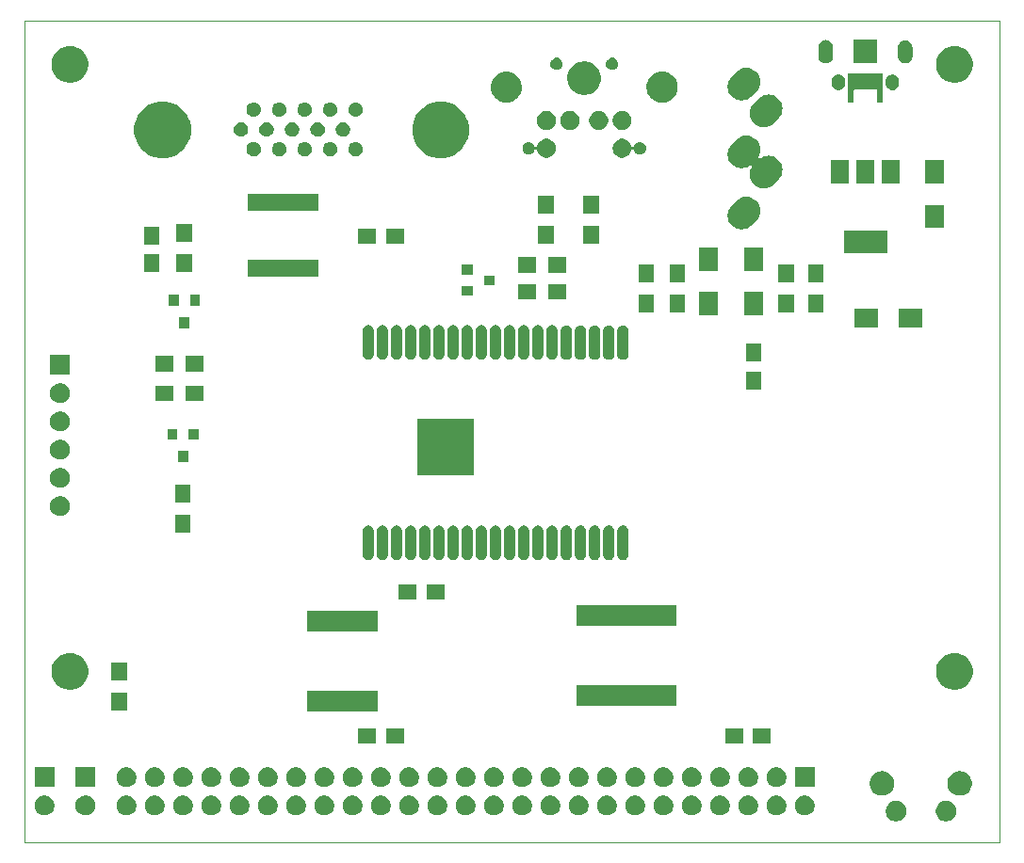
<source format=gbr>
G04 #@! TF.GenerationSoftware,KiCad,Pcbnew,(5.1.5)-3*
G04 #@! TF.CreationDate,2020-08-02T12:31:38+12:00*
G04 #@! TF.ProjectId,PocketTRS,506f636b-6574-4545-9253-2e6b69636164,rev?*
G04 #@! TF.SameCoordinates,Original*
G04 #@! TF.FileFunction,Soldermask,Top*
G04 #@! TF.FilePolarity,Negative*
%FSLAX46Y46*%
G04 Gerber Fmt 4.6, Leading zero omitted, Abs format (unit mm)*
G04 Created by KiCad (PCBNEW (5.1.5)-3) date 2020-08-02 12:31:38*
%MOMM*%
%LPD*%
G04 APERTURE LIST*
%ADD10C,0.050000*%
%ADD11C,0.100000*%
G04 APERTURE END LIST*
D10*
X252730000Y-64770000D02*
X252730000Y-61976000D01*
X165100000Y-61976000D02*
X165100000Y-64770000D01*
X252730000Y-135890000D02*
X165100000Y-135890000D01*
X252730000Y-64770000D02*
X252730000Y-135890000D01*
X165100000Y-135890000D02*
X165100000Y-64770000D01*
X165100000Y-61976000D02*
X252730000Y-61976000D01*
D11*
G36*
X248174104Y-132205585D02*
G01*
X248342626Y-132275389D01*
X248494291Y-132376728D01*
X248623272Y-132505709D01*
X248724611Y-132657374D01*
X248794415Y-132825896D01*
X248830000Y-133004797D01*
X248830000Y-133187203D01*
X248794415Y-133366104D01*
X248724611Y-133534626D01*
X248623272Y-133686291D01*
X248494291Y-133815272D01*
X248342626Y-133916611D01*
X248174104Y-133986415D01*
X247995203Y-134022000D01*
X247812797Y-134022000D01*
X247633896Y-133986415D01*
X247465374Y-133916611D01*
X247313709Y-133815272D01*
X247184728Y-133686291D01*
X247083389Y-133534626D01*
X247013585Y-133366104D01*
X246978000Y-133187203D01*
X246978000Y-133004797D01*
X247013585Y-132825896D01*
X247083389Y-132657374D01*
X247184728Y-132505709D01*
X247313709Y-132376728D01*
X247465374Y-132275389D01*
X247633896Y-132205585D01*
X247812797Y-132170000D01*
X247995203Y-132170000D01*
X248174104Y-132205585D01*
G37*
G36*
X243674104Y-132205585D02*
G01*
X243842626Y-132275389D01*
X243994291Y-132376728D01*
X244123272Y-132505709D01*
X244224611Y-132657374D01*
X244294415Y-132825896D01*
X244330000Y-133004797D01*
X244330000Y-133187203D01*
X244294415Y-133366104D01*
X244224611Y-133534626D01*
X244123272Y-133686291D01*
X243994291Y-133815272D01*
X243842626Y-133916611D01*
X243674104Y-133986415D01*
X243495203Y-134022000D01*
X243312797Y-134022000D01*
X243133896Y-133986415D01*
X242965374Y-133916611D01*
X242813709Y-133815272D01*
X242684728Y-133686291D01*
X242583389Y-133534626D01*
X242513585Y-133366104D01*
X242478000Y-133187203D01*
X242478000Y-133004797D01*
X242513585Y-132825896D01*
X242583389Y-132657374D01*
X242684728Y-132505709D01*
X242813709Y-132376728D01*
X242965374Y-132275389D01*
X243133896Y-132205585D01*
X243312797Y-132170000D01*
X243495203Y-132170000D01*
X243674104Y-132205585D01*
G37*
G36*
X179437512Y-131691927D02*
G01*
X179586812Y-131721624D01*
X179750784Y-131789544D01*
X179898354Y-131888147D01*
X180023853Y-132013646D01*
X180122456Y-132161216D01*
X180190376Y-132325188D01*
X180225000Y-132499259D01*
X180225000Y-132676741D01*
X180190376Y-132850812D01*
X180122456Y-133014784D01*
X180023853Y-133162354D01*
X179898354Y-133287853D01*
X179750784Y-133386456D01*
X179586812Y-133454376D01*
X179437512Y-133484073D01*
X179412742Y-133489000D01*
X179235258Y-133489000D01*
X179210488Y-133484073D01*
X179061188Y-133454376D01*
X178897216Y-133386456D01*
X178749646Y-133287853D01*
X178624147Y-133162354D01*
X178525544Y-133014784D01*
X178457624Y-132850812D01*
X178423000Y-132676741D01*
X178423000Y-132499259D01*
X178457624Y-132325188D01*
X178525544Y-132161216D01*
X178624147Y-132013646D01*
X178749646Y-131888147D01*
X178897216Y-131789544D01*
X179061188Y-131721624D01*
X179210488Y-131691927D01*
X179235258Y-131687000D01*
X179412742Y-131687000D01*
X179437512Y-131691927D01*
G37*
G36*
X207377512Y-131691927D02*
G01*
X207526812Y-131721624D01*
X207690784Y-131789544D01*
X207838354Y-131888147D01*
X207963853Y-132013646D01*
X208062456Y-132161216D01*
X208130376Y-132325188D01*
X208165000Y-132499259D01*
X208165000Y-132676741D01*
X208130376Y-132850812D01*
X208062456Y-133014784D01*
X207963853Y-133162354D01*
X207838354Y-133287853D01*
X207690784Y-133386456D01*
X207526812Y-133454376D01*
X207377512Y-133484073D01*
X207352742Y-133489000D01*
X207175258Y-133489000D01*
X207150488Y-133484073D01*
X207001188Y-133454376D01*
X206837216Y-133386456D01*
X206689646Y-133287853D01*
X206564147Y-133162354D01*
X206465544Y-133014784D01*
X206397624Y-132850812D01*
X206363000Y-132676741D01*
X206363000Y-132499259D01*
X206397624Y-132325188D01*
X206465544Y-132161216D01*
X206564147Y-132013646D01*
X206689646Y-131888147D01*
X206837216Y-131789544D01*
X207001188Y-131721624D01*
X207150488Y-131691927D01*
X207175258Y-131687000D01*
X207352742Y-131687000D01*
X207377512Y-131691927D01*
G37*
G36*
X166991512Y-131691927D02*
G01*
X167140812Y-131721624D01*
X167304784Y-131789544D01*
X167452354Y-131888147D01*
X167577853Y-132013646D01*
X167676456Y-132161216D01*
X167744376Y-132325188D01*
X167779000Y-132499259D01*
X167779000Y-132676741D01*
X167744376Y-132850812D01*
X167676456Y-133014784D01*
X167577853Y-133162354D01*
X167452354Y-133287853D01*
X167304784Y-133386456D01*
X167140812Y-133454376D01*
X166991512Y-133484073D01*
X166966742Y-133489000D01*
X166789258Y-133489000D01*
X166764488Y-133484073D01*
X166615188Y-133454376D01*
X166451216Y-133386456D01*
X166303646Y-133287853D01*
X166178147Y-133162354D01*
X166079544Y-133014784D01*
X166011624Y-132850812D01*
X165977000Y-132676741D01*
X165977000Y-132499259D01*
X166011624Y-132325188D01*
X166079544Y-132161216D01*
X166178147Y-132013646D01*
X166303646Y-131888147D01*
X166451216Y-131789544D01*
X166615188Y-131721624D01*
X166764488Y-131691927D01*
X166789258Y-131687000D01*
X166966742Y-131687000D01*
X166991512Y-131691927D01*
G37*
G36*
X170674512Y-131691927D02*
G01*
X170823812Y-131721624D01*
X170987784Y-131789544D01*
X171135354Y-131888147D01*
X171260853Y-132013646D01*
X171359456Y-132161216D01*
X171427376Y-132325188D01*
X171462000Y-132499259D01*
X171462000Y-132676741D01*
X171427376Y-132850812D01*
X171359456Y-133014784D01*
X171260853Y-133162354D01*
X171135354Y-133287853D01*
X170987784Y-133386456D01*
X170823812Y-133454376D01*
X170674512Y-133484073D01*
X170649742Y-133489000D01*
X170472258Y-133489000D01*
X170447488Y-133484073D01*
X170298188Y-133454376D01*
X170134216Y-133386456D01*
X169986646Y-133287853D01*
X169861147Y-133162354D01*
X169762544Y-133014784D01*
X169694624Y-132850812D01*
X169660000Y-132676741D01*
X169660000Y-132499259D01*
X169694624Y-132325188D01*
X169762544Y-132161216D01*
X169861147Y-132013646D01*
X169986646Y-131888147D01*
X170134216Y-131789544D01*
X170298188Y-131721624D01*
X170447488Y-131691927D01*
X170472258Y-131687000D01*
X170649742Y-131687000D01*
X170674512Y-131691927D01*
G37*
G36*
X235317512Y-131691927D02*
G01*
X235466812Y-131721624D01*
X235630784Y-131789544D01*
X235778354Y-131888147D01*
X235903853Y-132013646D01*
X236002456Y-132161216D01*
X236070376Y-132325188D01*
X236105000Y-132499259D01*
X236105000Y-132676741D01*
X236070376Y-132850812D01*
X236002456Y-133014784D01*
X235903853Y-133162354D01*
X235778354Y-133287853D01*
X235630784Y-133386456D01*
X235466812Y-133454376D01*
X235317512Y-133484073D01*
X235292742Y-133489000D01*
X235115258Y-133489000D01*
X235090488Y-133484073D01*
X234941188Y-133454376D01*
X234777216Y-133386456D01*
X234629646Y-133287853D01*
X234504147Y-133162354D01*
X234405544Y-133014784D01*
X234337624Y-132850812D01*
X234303000Y-132676741D01*
X234303000Y-132499259D01*
X234337624Y-132325188D01*
X234405544Y-132161216D01*
X234504147Y-132013646D01*
X234629646Y-131888147D01*
X234777216Y-131789544D01*
X234941188Y-131721624D01*
X235090488Y-131691927D01*
X235115258Y-131687000D01*
X235292742Y-131687000D01*
X235317512Y-131691927D01*
G37*
G36*
X232777512Y-131691927D02*
G01*
X232926812Y-131721624D01*
X233090784Y-131789544D01*
X233238354Y-131888147D01*
X233363853Y-132013646D01*
X233462456Y-132161216D01*
X233530376Y-132325188D01*
X233565000Y-132499259D01*
X233565000Y-132676741D01*
X233530376Y-132850812D01*
X233462456Y-133014784D01*
X233363853Y-133162354D01*
X233238354Y-133287853D01*
X233090784Y-133386456D01*
X232926812Y-133454376D01*
X232777512Y-133484073D01*
X232752742Y-133489000D01*
X232575258Y-133489000D01*
X232550488Y-133484073D01*
X232401188Y-133454376D01*
X232237216Y-133386456D01*
X232089646Y-133287853D01*
X231964147Y-133162354D01*
X231865544Y-133014784D01*
X231797624Y-132850812D01*
X231763000Y-132676741D01*
X231763000Y-132499259D01*
X231797624Y-132325188D01*
X231865544Y-132161216D01*
X231964147Y-132013646D01*
X232089646Y-131888147D01*
X232237216Y-131789544D01*
X232401188Y-131721624D01*
X232550488Y-131691927D01*
X232575258Y-131687000D01*
X232752742Y-131687000D01*
X232777512Y-131691927D01*
G37*
G36*
X230237512Y-131691927D02*
G01*
X230386812Y-131721624D01*
X230550784Y-131789544D01*
X230698354Y-131888147D01*
X230823853Y-132013646D01*
X230922456Y-132161216D01*
X230990376Y-132325188D01*
X231025000Y-132499259D01*
X231025000Y-132676741D01*
X230990376Y-132850812D01*
X230922456Y-133014784D01*
X230823853Y-133162354D01*
X230698354Y-133287853D01*
X230550784Y-133386456D01*
X230386812Y-133454376D01*
X230237512Y-133484073D01*
X230212742Y-133489000D01*
X230035258Y-133489000D01*
X230010488Y-133484073D01*
X229861188Y-133454376D01*
X229697216Y-133386456D01*
X229549646Y-133287853D01*
X229424147Y-133162354D01*
X229325544Y-133014784D01*
X229257624Y-132850812D01*
X229223000Y-132676741D01*
X229223000Y-132499259D01*
X229257624Y-132325188D01*
X229325544Y-132161216D01*
X229424147Y-132013646D01*
X229549646Y-131888147D01*
X229697216Y-131789544D01*
X229861188Y-131721624D01*
X230010488Y-131691927D01*
X230035258Y-131687000D01*
X230212742Y-131687000D01*
X230237512Y-131691927D01*
G37*
G36*
X227697512Y-131691927D02*
G01*
X227846812Y-131721624D01*
X228010784Y-131789544D01*
X228158354Y-131888147D01*
X228283853Y-132013646D01*
X228382456Y-132161216D01*
X228450376Y-132325188D01*
X228485000Y-132499259D01*
X228485000Y-132676741D01*
X228450376Y-132850812D01*
X228382456Y-133014784D01*
X228283853Y-133162354D01*
X228158354Y-133287853D01*
X228010784Y-133386456D01*
X227846812Y-133454376D01*
X227697512Y-133484073D01*
X227672742Y-133489000D01*
X227495258Y-133489000D01*
X227470488Y-133484073D01*
X227321188Y-133454376D01*
X227157216Y-133386456D01*
X227009646Y-133287853D01*
X226884147Y-133162354D01*
X226785544Y-133014784D01*
X226717624Y-132850812D01*
X226683000Y-132676741D01*
X226683000Y-132499259D01*
X226717624Y-132325188D01*
X226785544Y-132161216D01*
X226884147Y-132013646D01*
X227009646Y-131888147D01*
X227157216Y-131789544D01*
X227321188Y-131721624D01*
X227470488Y-131691927D01*
X227495258Y-131687000D01*
X227672742Y-131687000D01*
X227697512Y-131691927D01*
G37*
G36*
X225157512Y-131691927D02*
G01*
X225306812Y-131721624D01*
X225470784Y-131789544D01*
X225618354Y-131888147D01*
X225743853Y-132013646D01*
X225842456Y-132161216D01*
X225910376Y-132325188D01*
X225945000Y-132499259D01*
X225945000Y-132676741D01*
X225910376Y-132850812D01*
X225842456Y-133014784D01*
X225743853Y-133162354D01*
X225618354Y-133287853D01*
X225470784Y-133386456D01*
X225306812Y-133454376D01*
X225157512Y-133484073D01*
X225132742Y-133489000D01*
X224955258Y-133489000D01*
X224930488Y-133484073D01*
X224781188Y-133454376D01*
X224617216Y-133386456D01*
X224469646Y-133287853D01*
X224344147Y-133162354D01*
X224245544Y-133014784D01*
X224177624Y-132850812D01*
X224143000Y-132676741D01*
X224143000Y-132499259D01*
X224177624Y-132325188D01*
X224245544Y-132161216D01*
X224344147Y-132013646D01*
X224469646Y-131888147D01*
X224617216Y-131789544D01*
X224781188Y-131721624D01*
X224930488Y-131691927D01*
X224955258Y-131687000D01*
X225132742Y-131687000D01*
X225157512Y-131691927D01*
G37*
G36*
X222617512Y-131691927D02*
G01*
X222766812Y-131721624D01*
X222930784Y-131789544D01*
X223078354Y-131888147D01*
X223203853Y-132013646D01*
X223302456Y-132161216D01*
X223370376Y-132325188D01*
X223405000Y-132499259D01*
X223405000Y-132676741D01*
X223370376Y-132850812D01*
X223302456Y-133014784D01*
X223203853Y-133162354D01*
X223078354Y-133287853D01*
X222930784Y-133386456D01*
X222766812Y-133454376D01*
X222617512Y-133484073D01*
X222592742Y-133489000D01*
X222415258Y-133489000D01*
X222390488Y-133484073D01*
X222241188Y-133454376D01*
X222077216Y-133386456D01*
X221929646Y-133287853D01*
X221804147Y-133162354D01*
X221705544Y-133014784D01*
X221637624Y-132850812D01*
X221603000Y-132676741D01*
X221603000Y-132499259D01*
X221637624Y-132325188D01*
X221705544Y-132161216D01*
X221804147Y-132013646D01*
X221929646Y-131888147D01*
X222077216Y-131789544D01*
X222241188Y-131721624D01*
X222390488Y-131691927D01*
X222415258Y-131687000D01*
X222592742Y-131687000D01*
X222617512Y-131691927D01*
G37*
G36*
X220077512Y-131691927D02*
G01*
X220226812Y-131721624D01*
X220390784Y-131789544D01*
X220538354Y-131888147D01*
X220663853Y-132013646D01*
X220762456Y-132161216D01*
X220830376Y-132325188D01*
X220865000Y-132499259D01*
X220865000Y-132676741D01*
X220830376Y-132850812D01*
X220762456Y-133014784D01*
X220663853Y-133162354D01*
X220538354Y-133287853D01*
X220390784Y-133386456D01*
X220226812Y-133454376D01*
X220077512Y-133484073D01*
X220052742Y-133489000D01*
X219875258Y-133489000D01*
X219850488Y-133484073D01*
X219701188Y-133454376D01*
X219537216Y-133386456D01*
X219389646Y-133287853D01*
X219264147Y-133162354D01*
X219165544Y-133014784D01*
X219097624Y-132850812D01*
X219063000Y-132676741D01*
X219063000Y-132499259D01*
X219097624Y-132325188D01*
X219165544Y-132161216D01*
X219264147Y-132013646D01*
X219389646Y-131888147D01*
X219537216Y-131789544D01*
X219701188Y-131721624D01*
X219850488Y-131691927D01*
X219875258Y-131687000D01*
X220052742Y-131687000D01*
X220077512Y-131691927D01*
G37*
G36*
X217537512Y-131691927D02*
G01*
X217686812Y-131721624D01*
X217850784Y-131789544D01*
X217998354Y-131888147D01*
X218123853Y-132013646D01*
X218222456Y-132161216D01*
X218290376Y-132325188D01*
X218325000Y-132499259D01*
X218325000Y-132676741D01*
X218290376Y-132850812D01*
X218222456Y-133014784D01*
X218123853Y-133162354D01*
X217998354Y-133287853D01*
X217850784Y-133386456D01*
X217686812Y-133454376D01*
X217537512Y-133484073D01*
X217512742Y-133489000D01*
X217335258Y-133489000D01*
X217310488Y-133484073D01*
X217161188Y-133454376D01*
X216997216Y-133386456D01*
X216849646Y-133287853D01*
X216724147Y-133162354D01*
X216625544Y-133014784D01*
X216557624Y-132850812D01*
X216523000Y-132676741D01*
X216523000Y-132499259D01*
X216557624Y-132325188D01*
X216625544Y-132161216D01*
X216724147Y-132013646D01*
X216849646Y-131888147D01*
X216997216Y-131789544D01*
X217161188Y-131721624D01*
X217310488Y-131691927D01*
X217335258Y-131687000D01*
X217512742Y-131687000D01*
X217537512Y-131691927D01*
G37*
G36*
X214997512Y-131691927D02*
G01*
X215146812Y-131721624D01*
X215310784Y-131789544D01*
X215458354Y-131888147D01*
X215583853Y-132013646D01*
X215682456Y-132161216D01*
X215750376Y-132325188D01*
X215785000Y-132499259D01*
X215785000Y-132676741D01*
X215750376Y-132850812D01*
X215682456Y-133014784D01*
X215583853Y-133162354D01*
X215458354Y-133287853D01*
X215310784Y-133386456D01*
X215146812Y-133454376D01*
X214997512Y-133484073D01*
X214972742Y-133489000D01*
X214795258Y-133489000D01*
X214770488Y-133484073D01*
X214621188Y-133454376D01*
X214457216Y-133386456D01*
X214309646Y-133287853D01*
X214184147Y-133162354D01*
X214085544Y-133014784D01*
X214017624Y-132850812D01*
X213983000Y-132676741D01*
X213983000Y-132499259D01*
X214017624Y-132325188D01*
X214085544Y-132161216D01*
X214184147Y-132013646D01*
X214309646Y-131888147D01*
X214457216Y-131789544D01*
X214621188Y-131721624D01*
X214770488Y-131691927D01*
X214795258Y-131687000D01*
X214972742Y-131687000D01*
X214997512Y-131691927D01*
G37*
G36*
X212457512Y-131691927D02*
G01*
X212606812Y-131721624D01*
X212770784Y-131789544D01*
X212918354Y-131888147D01*
X213043853Y-132013646D01*
X213142456Y-132161216D01*
X213210376Y-132325188D01*
X213245000Y-132499259D01*
X213245000Y-132676741D01*
X213210376Y-132850812D01*
X213142456Y-133014784D01*
X213043853Y-133162354D01*
X212918354Y-133287853D01*
X212770784Y-133386456D01*
X212606812Y-133454376D01*
X212457512Y-133484073D01*
X212432742Y-133489000D01*
X212255258Y-133489000D01*
X212230488Y-133484073D01*
X212081188Y-133454376D01*
X211917216Y-133386456D01*
X211769646Y-133287853D01*
X211644147Y-133162354D01*
X211545544Y-133014784D01*
X211477624Y-132850812D01*
X211443000Y-132676741D01*
X211443000Y-132499259D01*
X211477624Y-132325188D01*
X211545544Y-132161216D01*
X211644147Y-132013646D01*
X211769646Y-131888147D01*
X211917216Y-131789544D01*
X212081188Y-131721624D01*
X212230488Y-131691927D01*
X212255258Y-131687000D01*
X212432742Y-131687000D01*
X212457512Y-131691927D01*
G37*
G36*
X204837512Y-131691927D02*
G01*
X204986812Y-131721624D01*
X205150784Y-131789544D01*
X205298354Y-131888147D01*
X205423853Y-132013646D01*
X205522456Y-132161216D01*
X205590376Y-132325188D01*
X205625000Y-132499259D01*
X205625000Y-132676741D01*
X205590376Y-132850812D01*
X205522456Y-133014784D01*
X205423853Y-133162354D01*
X205298354Y-133287853D01*
X205150784Y-133386456D01*
X204986812Y-133454376D01*
X204837512Y-133484073D01*
X204812742Y-133489000D01*
X204635258Y-133489000D01*
X204610488Y-133484073D01*
X204461188Y-133454376D01*
X204297216Y-133386456D01*
X204149646Y-133287853D01*
X204024147Y-133162354D01*
X203925544Y-133014784D01*
X203857624Y-132850812D01*
X203823000Y-132676741D01*
X203823000Y-132499259D01*
X203857624Y-132325188D01*
X203925544Y-132161216D01*
X204024147Y-132013646D01*
X204149646Y-131888147D01*
X204297216Y-131789544D01*
X204461188Y-131721624D01*
X204610488Y-131691927D01*
X204635258Y-131687000D01*
X204812742Y-131687000D01*
X204837512Y-131691927D01*
G37*
G36*
X202297512Y-131691927D02*
G01*
X202446812Y-131721624D01*
X202610784Y-131789544D01*
X202758354Y-131888147D01*
X202883853Y-132013646D01*
X202982456Y-132161216D01*
X203050376Y-132325188D01*
X203085000Y-132499259D01*
X203085000Y-132676741D01*
X203050376Y-132850812D01*
X202982456Y-133014784D01*
X202883853Y-133162354D01*
X202758354Y-133287853D01*
X202610784Y-133386456D01*
X202446812Y-133454376D01*
X202297512Y-133484073D01*
X202272742Y-133489000D01*
X202095258Y-133489000D01*
X202070488Y-133484073D01*
X201921188Y-133454376D01*
X201757216Y-133386456D01*
X201609646Y-133287853D01*
X201484147Y-133162354D01*
X201385544Y-133014784D01*
X201317624Y-132850812D01*
X201283000Y-132676741D01*
X201283000Y-132499259D01*
X201317624Y-132325188D01*
X201385544Y-132161216D01*
X201484147Y-132013646D01*
X201609646Y-131888147D01*
X201757216Y-131789544D01*
X201921188Y-131721624D01*
X202070488Y-131691927D01*
X202095258Y-131687000D01*
X202272742Y-131687000D01*
X202297512Y-131691927D01*
G37*
G36*
X199757512Y-131691927D02*
G01*
X199906812Y-131721624D01*
X200070784Y-131789544D01*
X200218354Y-131888147D01*
X200343853Y-132013646D01*
X200442456Y-132161216D01*
X200510376Y-132325188D01*
X200545000Y-132499259D01*
X200545000Y-132676741D01*
X200510376Y-132850812D01*
X200442456Y-133014784D01*
X200343853Y-133162354D01*
X200218354Y-133287853D01*
X200070784Y-133386456D01*
X199906812Y-133454376D01*
X199757512Y-133484073D01*
X199732742Y-133489000D01*
X199555258Y-133489000D01*
X199530488Y-133484073D01*
X199381188Y-133454376D01*
X199217216Y-133386456D01*
X199069646Y-133287853D01*
X198944147Y-133162354D01*
X198845544Y-133014784D01*
X198777624Y-132850812D01*
X198743000Y-132676741D01*
X198743000Y-132499259D01*
X198777624Y-132325188D01*
X198845544Y-132161216D01*
X198944147Y-132013646D01*
X199069646Y-131888147D01*
X199217216Y-131789544D01*
X199381188Y-131721624D01*
X199530488Y-131691927D01*
X199555258Y-131687000D01*
X199732742Y-131687000D01*
X199757512Y-131691927D01*
G37*
G36*
X197217512Y-131691927D02*
G01*
X197366812Y-131721624D01*
X197530784Y-131789544D01*
X197678354Y-131888147D01*
X197803853Y-132013646D01*
X197902456Y-132161216D01*
X197970376Y-132325188D01*
X198005000Y-132499259D01*
X198005000Y-132676741D01*
X197970376Y-132850812D01*
X197902456Y-133014784D01*
X197803853Y-133162354D01*
X197678354Y-133287853D01*
X197530784Y-133386456D01*
X197366812Y-133454376D01*
X197217512Y-133484073D01*
X197192742Y-133489000D01*
X197015258Y-133489000D01*
X196990488Y-133484073D01*
X196841188Y-133454376D01*
X196677216Y-133386456D01*
X196529646Y-133287853D01*
X196404147Y-133162354D01*
X196305544Y-133014784D01*
X196237624Y-132850812D01*
X196203000Y-132676741D01*
X196203000Y-132499259D01*
X196237624Y-132325188D01*
X196305544Y-132161216D01*
X196404147Y-132013646D01*
X196529646Y-131888147D01*
X196677216Y-131789544D01*
X196841188Y-131721624D01*
X196990488Y-131691927D01*
X197015258Y-131687000D01*
X197192742Y-131687000D01*
X197217512Y-131691927D01*
G37*
G36*
X194677512Y-131691927D02*
G01*
X194826812Y-131721624D01*
X194990784Y-131789544D01*
X195138354Y-131888147D01*
X195263853Y-132013646D01*
X195362456Y-132161216D01*
X195430376Y-132325188D01*
X195465000Y-132499259D01*
X195465000Y-132676741D01*
X195430376Y-132850812D01*
X195362456Y-133014784D01*
X195263853Y-133162354D01*
X195138354Y-133287853D01*
X194990784Y-133386456D01*
X194826812Y-133454376D01*
X194677512Y-133484073D01*
X194652742Y-133489000D01*
X194475258Y-133489000D01*
X194450488Y-133484073D01*
X194301188Y-133454376D01*
X194137216Y-133386456D01*
X193989646Y-133287853D01*
X193864147Y-133162354D01*
X193765544Y-133014784D01*
X193697624Y-132850812D01*
X193663000Y-132676741D01*
X193663000Y-132499259D01*
X193697624Y-132325188D01*
X193765544Y-132161216D01*
X193864147Y-132013646D01*
X193989646Y-131888147D01*
X194137216Y-131789544D01*
X194301188Y-131721624D01*
X194450488Y-131691927D01*
X194475258Y-131687000D01*
X194652742Y-131687000D01*
X194677512Y-131691927D01*
G37*
G36*
X192137512Y-131691927D02*
G01*
X192286812Y-131721624D01*
X192450784Y-131789544D01*
X192598354Y-131888147D01*
X192723853Y-132013646D01*
X192822456Y-132161216D01*
X192890376Y-132325188D01*
X192925000Y-132499259D01*
X192925000Y-132676741D01*
X192890376Y-132850812D01*
X192822456Y-133014784D01*
X192723853Y-133162354D01*
X192598354Y-133287853D01*
X192450784Y-133386456D01*
X192286812Y-133454376D01*
X192137512Y-133484073D01*
X192112742Y-133489000D01*
X191935258Y-133489000D01*
X191910488Y-133484073D01*
X191761188Y-133454376D01*
X191597216Y-133386456D01*
X191449646Y-133287853D01*
X191324147Y-133162354D01*
X191225544Y-133014784D01*
X191157624Y-132850812D01*
X191123000Y-132676741D01*
X191123000Y-132499259D01*
X191157624Y-132325188D01*
X191225544Y-132161216D01*
X191324147Y-132013646D01*
X191449646Y-131888147D01*
X191597216Y-131789544D01*
X191761188Y-131721624D01*
X191910488Y-131691927D01*
X191935258Y-131687000D01*
X192112742Y-131687000D01*
X192137512Y-131691927D01*
G37*
G36*
X189597512Y-131691927D02*
G01*
X189746812Y-131721624D01*
X189910784Y-131789544D01*
X190058354Y-131888147D01*
X190183853Y-132013646D01*
X190282456Y-132161216D01*
X190350376Y-132325188D01*
X190385000Y-132499259D01*
X190385000Y-132676741D01*
X190350376Y-132850812D01*
X190282456Y-133014784D01*
X190183853Y-133162354D01*
X190058354Y-133287853D01*
X189910784Y-133386456D01*
X189746812Y-133454376D01*
X189597512Y-133484073D01*
X189572742Y-133489000D01*
X189395258Y-133489000D01*
X189370488Y-133484073D01*
X189221188Y-133454376D01*
X189057216Y-133386456D01*
X188909646Y-133287853D01*
X188784147Y-133162354D01*
X188685544Y-133014784D01*
X188617624Y-132850812D01*
X188583000Y-132676741D01*
X188583000Y-132499259D01*
X188617624Y-132325188D01*
X188685544Y-132161216D01*
X188784147Y-132013646D01*
X188909646Y-131888147D01*
X189057216Y-131789544D01*
X189221188Y-131721624D01*
X189370488Y-131691927D01*
X189395258Y-131687000D01*
X189572742Y-131687000D01*
X189597512Y-131691927D01*
G37*
G36*
X187057512Y-131691927D02*
G01*
X187206812Y-131721624D01*
X187370784Y-131789544D01*
X187518354Y-131888147D01*
X187643853Y-132013646D01*
X187742456Y-132161216D01*
X187810376Y-132325188D01*
X187845000Y-132499259D01*
X187845000Y-132676741D01*
X187810376Y-132850812D01*
X187742456Y-133014784D01*
X187643853Y-133162354D01*
X187518354Y-133287853D01*
X187370784Y-133386456D01*
X187206812Y-133454376D01*
X187057512Y-133484073D01*
X187032742Y-133489000D01*
X186855258Y-133489000D01*
X186830488Y-133484073D01*
X186681188Y-133454376D01*
X186517216Y-133386456D01*
X186369646Y-133287853D01*
X186244147Y-133162354D01*
X186145544Y-133014784D01*
X186077624Y-132850812D01*
X186043000Y-132676741D01*
X186043000Y-132499259D01*
X186077624Y-132325188D01*
X186145544Y-132161216D01*
X186244147Y-132013646D01*
X186369646Y-131888147D01*
X186517216Y-131789544D01*
X186681188Y-131721624D01*
X186830488Y-131691927D01*
X186855258Y-131687000D01*
X187032742Y-131687000D01*
X187057512Y-131691927D01*
G37*
G36*
X184517512Y-131691927D02*
G01*
X184666812Y-131721624D01*
X184830784Y-131789544D01*
X184978354Y-131888147D01*
X185103853Y-132013646D01*
X185202456Y-132161216D01*
X185270376Y-132325188D01*
X185305000Y-132499259D01*
X185305000Y-132676741D01*
X185270376Y-132850812D01*
X185202456Y-133014784D01*
X185103853Y-133162354D01*
X184978354Y-133287853D01*
X184830784Y-133386456D01*
X184666812Y-133454376D01*
X184517512Y-133484073D01*
X184492742Y-133489000D01*
X184315258Y-133489000D01*
X184290488Y-133484073D01*
X184141188Y-133454376D01*
X183977216Y-133386456D01*
X183829646Y-133287853D01*
X183704147Y-133162354D01*
X183605544Y-133014784D01*
X183537624Y-132850812D01*
X183503000Y-132676741D01*
X183503000Y-132499259D01*
X183537624Y-132325188D01*
X183605544Y-132161216D01*
X183704147Y-132013646D01*
X183829646Y-131888147D01*
X183977216Y-131789544D01*
X184141188Y-131721624D01*
X184290488Y-131691927D01*
X184315258Y-131687000D01*
X184492742Y-131687000D01*
X184517512Y-131691927D01*
G37*
G36*
X181977512Y-131691927D02*
G01*
X182126812Y-131721624D01*
X182290784Y-131789544D01*
X182438354Y-131888147D01*
X182563853Y-132013646D01*
X182662456Y-132161216D01*
X182730376Y-132325188D01*
X182765000Y-132499259D01*
X182765000Y-132676741D01*
X182730376Y-132850812D01*
X182662456Y-133014784D01*
X182563853Y-133162354D01*
X182438354Y-133287853D01*
X182290784Y-133386456D01*
X182126812Y-133454376D01*
X181977512Y-133484073D01*
X181952742Y-133489000D01*
X181775258Y-133489000D01*
X181750488Y-133484073D01*
X181601188Y-133454376D01*
X181437216Y-133386456D01*
X181289646Y-133287853D01*
X181164147Y-133162354D01*
X181065544Y-133014784D01*
X180997624Y-132850812D01*
X180963000Y-132676741D01*
X180963000Y-132499259D01*
X180997624Y-132325188D01*
X181065544Y-132161216D01*
X181164147Y-132013646D01*
X181289646Y-131888147D01*
X181437216Y-131789544D01*
X181601188Y-131721624D01*
X181750488Y-131691927D01*
X181775258Y-131687000D01*
X181952742Y-131687000D01*
X181977512Y-131691927D01*
G37*
G36*
X176897512Y-131691927D02*
G01*
X177046812Y-131721624D01*
X177210784Y-131789544D01*
X177358354Y-131888147D01*
X177483853Y-132013646D01*
X177582456Y-132161216D01*
X177650376Y-132325188D01*
X177685000Y-132499259D01*
X177685000Y-132676741D01*
X177650376Y-132850812D01*
X177582456Y-133014784D01*
X177483853Y-133162354D01*
X177358354Y-133287853D01*
X177210784Y-133386456D01*
X177046812Y-133454376D01*
X176897512Y-133484073D01*
X176872742Y-133489000D01*
X176695258Y-133489000D01*
X176670488Y-133484073D01*
X176521188Y-133454376D01*
X176357216Y-133386456D01*
X176209646Y-133287853D01*
X176084147Y-133162354D01*
X175985544Y-133014784D01*
X175917624Y-132850812D01*
X175883000Y-132676741D01*
X175883000Y-132499259D01*
X175917624Y-132325188D01*
X175985544Y-132161216D01*
X176084147Y-132013646D01*
X176209646Y-131888147D01*
X176357216Y-131789544D01*
X176521188Y-131721624D01*
X176670488Y-131691927D01*
X176695258Y-131687000D01*
X176872742Y-131687000D01*
X176897512Y-131691927D01*
G37*
G36*
X174357512Y-131691927D02*
G01*
X174506812Y-131721624D01*
X174670784Y-131789544D01*
X174818354Y-131888147D01*
X174943853Y-132013646D01*
X175042456Y-132161216D01*
X175110376Y-132325188D01*
X175145000Y-132499259D01*
X175145000Y-132676741D01*
X175110376Y-132850812D01*
X175042456Y-133014784D01*
X174943853Y-133162354D01*
X174818354Y-133287853D01*
X174670784Y-133386456D01*
X174506812Y-133454376D01*
X174357512Y-133484073D01*
X174332742Y-133489000D01*
X174155258Y-133489000D01*
X174130488Y-133484073D01*
X173981188Y-133454376D01*
X173817216Y-133386456D01*
X173669646Y-133287853D01*
X173544147Y-133162354D01*
X173445544Y-133014784D01*
X173377624Y-132850812D01*
X173343000Y-132676741D01*
X173343000Y-132499259D01*
X173377624Y-132325188D01*
X173445544Y-132161216D01*
X173544147Y-132013646D01*
X173669646Y-131888147D01*
X173817216Y-131789544D01*
X173981188Y-131721624D01*
X174130488Y-131691927D01*
X174155258Y-131687000D01*
X174332742Y-131687000D01*
X174357512Y-131691927D01*
G37*
G36*
X209917512Y-131691927D02*
G01*
X210066812Y-131721624D01*
X210230784Y-131789544D01*
X210378354Y-131888147D01*
X210503853Y-132013646D01*
X210602456Y-132161216D01*
X210670376Y-132325188D01*
X210705000Y-132499259D01*
X210705000Y-132676741D01*
X210670376Y-132850812D01*
X210602456Y-133014784D01*
X210503853Y-133162354D01*
X210378354Y-133287853D01*
X210230784Y-133386456D01*
X210066812Y-133454376D01*
X209917512Y-133484073D01*
X209892742Y-133489000D01*
X209715258Y-133489000D01*
X209690488Y-133484073D01*
X209541188Y-133454376D01*
X209377216Y-133386456D01*
X209229646Y-133287853D01*
X209104147Y-133162354D01*
X209005544Y-133014784D01*
X208937624Y-132850812D01*
X208903000Y-132676741D01*
X208903000Y-132499259D01*
X208937624Y-132325188D01*
X209005544Y-132161216D01*
X209104147Y-132013646D01*
X209229646Y-131888147D01*
X209377216Y-131789544D01*
X209541188Y-131721624D01*
X209690488Y-131691927D01*
X209715258Y-131687000D01*
X209892742Y-131687000D01*
X209917512Y-131691927D01*
G37*
G36*
X249368794Y-129526155D02*
G01*
X249475150Y-129547311D01*
X249575334Y-129588809D01*
X249675520Y-129630307D01*
X249855844Y-129750795D01*
X250009205Y-129904156D01*
X250129693Y-130084480D01*
X250212689Y-130284851D01*
X250255000Y-130497560D01*
X250255000Y-130714440D01*
X250212689Y-130927149D01*
X250129693Y-131127520D01*
X250009205Y-131307844D01*
X249855844Y-131461205D01*
X249675520Y-131581693D01*
X249475150Y-131664689D01*
X249368795Y-131685844D01*
X249262440Y-131707000D01*
X249045560Y-131707000D01*
X248939205Y-131685844D01*
X248832850Y-131664689D01*
X248632480Y-131581693D01*
X248452156Y-131461205D01*
X248298795Y-131307844D01*
X248178307Y-131127520D01*
X248095311Y-130927149D01*
X248053000Y-130714440D01*
X248053000Y-130497560D01*
X248095311Y-130284851D01*
X248178307Y-130084480D01*
X248298795Y-129904156D01*
X248452156Y-129750795D01*
X248632480Y-129630307D01*
X248732666Y-129588809D01*
X248832850Y-129547311D01*
X248939206Y-129526155D01*
X249045560Y-129505000D01*
X249262440Y-129505000D01*
X249368794Y-129526155D01*
G37*
G36*
X242358794Y-129526155D02*
G01*
X242465150Y-129547311D01*
X242565334Y-129588809D01*
X242665520Y-129630307D01*
X242845844Y-129750795D01*
X242999205Y-129904156D01*
X243119693Y-130084480D01*
X243202689Y-130284851D01*
X243245000Y-130497560D01*
X243245000Y-130714440D01*
X243202689Y-130927149D01*
X243119693Y-131127520D01*
X242999205Y-131307844D01*
X242845844Y-131461205D01*
X242665520Y-131581693D01*
X242465150Y-131664689D01*
X242358795Y-131685844D01*
X242252440Y-131707000D01*
X242035560Y-131707000D01*
X241929205Y-131685844D01*
X241822850Y-131664689D01*
X241622480Y-131581693D01*
X241442156Y-131461205D01*
X241288795Y-131307844D01*
X241168307Y-131127520D01*
X241085311Y-130927149D01*
X241043000Y-130714440D01*
X241043000Y-130497560D01*
X241085311Y-130284851D01*
X241168307Y-130084480D01*
X241288795Y-129904156D01*
X241442156Y-129750795D01*
X241622480Y-129630307D01*
X241722666Y-129588809D01*
X241822850Y-129547311D01*
X241929206Y-129526155D01*
X242035560Y-129505000D01*
X242252440Y-129505000D01*
X242358794Y-129526155D01*
G37*
G36*
X174357512Y-129151927D02*
G01*
X174506812Y-129181624D01*
X174670784Y-129249544D01*
X174818354Y-129348147D01*
X174943853Y-129473646D01*
X175042456Y-129621216D01*
X175110376Y-129785188D01*
X175145000Y-129959259D01*
X175145000Y-130136741D01*
X175110376Y-130310812D01*
X175042456Y-130474784D01*
X174943853Y-130622354D01*
X174818354Y-130747853D01*
X174670784Y-130846456D01*
X174506812Y-130914376D01*
X174357512Y-130944073D01*
X174332742Y-130949000D01*
X174155258Y-130949000D01*
X174130488Y-130944073D01*
X173981188Y-130914376D01*
X173817216Y-130846456D01*
X173669646Y-130747853D01*
X173544147Y-130622354D01*
X173445544Y-130474784D01*
X173377624Y-130310812D01*
X173343000Y-130136741D01*
X173343000Y-129959259D01*
X173377624Y-129785188D01*
X173445544Y-129621216D01*
X173544147Y-129473646D01*
X173669646Y-129348147D01*
X173817216Y-129249544D01*
X173981188Y-129181624D01*
X174130488Y-129151927D01*
X174155258Y-129147000D01*
X174332742Y-129147000D01*
X174357512Y-129151927D01*
G37*
G36*
X176897512Y-129151927D02*
G01*
X177046812Y-129181624D01*
X177210784Y-129249544D01*
X177358354Y-129348147D01*
X177483853Y-129473646D01*
X177582456Y-129621216D01*
X177650376Y-129785188D01*
X177685000Y-129959259D01*
X177685000Y-130136741D01*
X177650376Y-130310812D01*
X177582456Y-130474784D01*
X177483853Y-130622354D01*
X177358354Y-130747853D01*
X177210784Y-130846456D01*
X177046812Y-130914376D01*
X176897512Y-130944073D01*
X176872742Y-130949000D01*
X176695258Y-130949000D01*
X176670488Y-130944073D01*
X176521188Y-130914376D01*
X176357216Y-130846456D01*
X176209646Y-130747853D01*
X176084147Y-130622354D01*
X175985544Y-130474784D01*
X175917624Y-130310812D01*
X175883000Y-130136741D01*
X175883000Y-129959259D01*
X175917624Y-129785188D01*
X175985544Y-129621216D01*
X176084147Y-129473646D01*
X176209646Y-129348147D01*
X176357216Y-129249544D01*
X176521188Y-129181624D01*
X176670488Y-129151927D01*
X176695258Y-129147000D01*
X176872742Y-129147000D01*
X176897512Y-129151927D01*
G37*
G36*
X179437512Y-129151927D02*
G01*
X179586812Y-129181624D01*
X179750784Y-129249544D01*
X179898354Y-129348147D01*
X180023853Y-129473646D01*
X180122456Y-129621216D01*
X180190376Y-129785188D01*
X180225000Y-129959259D01*
X180225000Y-130136741D01*
X180190376Y-130310812D01*
X180122456Y-130474784D01*
X180023853Y-130622354D01*
X179898354Y-130747853D01*
X179750784Y-130846456D01*
X179586812Y-130914376D01*
X179437512Y-130944073D01*
X179412742Y-130949000D01*
X179235258Y-130949000D01*
X179210488Y-130944073D01*
X179061188Y-130914376D01*
X178897216Y-130846456D01*
X178749646Y-130747853D01*
X178624147Y-130622354D01*
X178525544Y-130474784D01*
X178457624Y-130310812D01*
X178423000Y-130136741D01*
X178423000Y-129959259D01*
X178457624Y-129785188D01*
X178525544Y-129621216D01*
X178624147Y-129473646D01*
X178749646Y-129348147D01*
X178897216Y-129249544D01*
X179061188Y-129181624D01*
X179210488Y-129151927D01*
X179235258Y-129147000D01*
X179412742Y-129147000D01*
X179437512Y-129151927D01*
G37*
G36*
X181977512Y-129151927D02*
G01*
X182126812Y-129181624D01*
X182290784Y-129249544D01*
X182438354Y-129348147D01*
X182563853Y-129473646D01*
X182662456Y-129621216D01*
X182730376Y-129785188D01*
X182765000Y-129959259D01*
X182765000Y-130136741D01*
X182730376Y-130310812D01*
X182662456Y-130474784D01*
X182563853Y-130622354D01*
X182438354Y-130747853D01*
X182290784Y-130846456D01*
X182126812Y-130914376D01*
X181977512Y-130944073D01*
X181952742Y-130949000D01*
X181775258Y-130949000D01*
X181750488Y-130944073D01*
X181601188Y-130914376D01*
X181437216Y-130846456D01*
X181289646Y-130747853D01*
X181164147Y-130622354D01*
X181065544Y-130474784D01*
X180997624Y-130310812D01*
X180963000Y-130136741D01*
X180963000Y-129959259D01*
X180997624Y-129785188D01*
X181065544Y-129621216D01*
X181164147Y-129473646D01*
X181289646Y-129348147D01*
X181437216Y-129249544D01*
X181601188Y-129181624D01*
X181750488Y-129151927D01*
X181775258Y-129147000D01*
X181952742Y-129147000D01*
X181977512Y-129151927D01*
G37*
G36*
X184517512Y-129151927D02*
G01*
X184666812Y-129181624D01*
X184830784Y-129249544D01*
X184978354Y-129348147D01*
X185103853Y-129473646D01*
X185202456Y-129621216D01*
X185270376Y-129785188D01*
X185305000Y-129959259D01*
X185305000Y-130136741D01*
X185270376Y-130310812D01*
X185202456Y-130474784D01*
X185103853Y-130622354D01*
X184978354Y-130747853D01*
X184830784Y-130846456D01*
X184666812Y-130914376D01*
X184517512Y-130944073D01*
X184492742Y-130949000D01*
X184315258Y-130949000D01*
X184290488Y-130944073D01*
X184141188Y-130914376D01*
X183977216Y-130846456D01*
X183829646Y-130747853D01*
X183704147Y-130622354D01*
X183605544Y-130474784D01*
X183537624Y-130310812D01*
X183503000Y-130136741D01*
X183503000Y-129959259D01*
X183537624Y-129785188D01*
X183605544Y-129621216D01*
X183704147Y-129473646D01*
X183829646Y-129348147D01*
X183977216Y-129249544D01*
X184141188Y-129181624D01*
X184290488Y-129151927D01*
X184315258Y-129147000D01*
X184492742Y-129147000D01*
X184517512Y-129151927D01*
G37*
G36*
X192137512Y-129151927D02*
G01*
X192286812Y-129181624D01*
X192450784Y-129249544D01*
X192598354Y-129348147D01*
X192723853Y-129473646D01*
X192822456Y-129621216D01*
X192890376Y-129785188D01*
X192925000Y-129959259D01*
X192925000Y-130136741D01*
X192890376Y-130310812D01*
X192822456Y-130474784D01*
X192723853Y-130622354D01*
X192598354Y-130747853D01*
X192450784Y-130846456D01*
X192286812Y-130914376D01*
X192137512Y-130944073D01*
X192112742Y-130949000D01*
X191935258Y-130949000D01*
X191910488Y-130944073D01*
X191761188Y-130914376D01*
X191597216Y-130846456D01*
X191449646Y-130747853D01*
X191324147Y-130622354D01*
X191225544Y-130474784D01*
X191157624Y-130310812D01*
X191123000Y-130136741D01*
X191123000Y-129959259D01*
X191157624Y-129785188D01*
X191225544Y-129621216D01*
X191324147Y-129473646D01*
X191449646Y-129348147D01*
X191597216Y-129249544D01*
X191761188Y-129181624D01*
X191910488Y-129151927D01*
X191935258Y-129147000D01*
X192112742Y-129147000D01*
X192137512Y-129151927D01*
G37*
G36*
X189597512Y-129151927D02*
G01*
X189746812Y-129181624D01*
X189910784Y-129249544D01*
X190058354Y-129348147D01*
X190183853Y-129473646D01*
X190282456Y-129621216D01*
X190350376Y-129785188D01*
X190385000Y-129959259D01*
X190385000Y-130136741D01*
X190350376Y-130310812D01*
X190282456Y-130474784D01*
X190183853Y-130622354D01*
X190058354Y-130747853D01*
X189910784Y-130846456D01*
X189746812Y-130914376D01*
X189597512Y-130944073D01*
X189572742Y-130949000D01*
X189395258Y-130949000D01*
X189370488Y-130944073D01*
X189221188Y-130914376D01*
X189057216Y-130846456D01*
X188909646Y-130747853D01*
X188784147Y-130622354D01*
X188685544Y-130474784D01*
X188617624Y-130310812D01*
X188583000Y-130136741D01*
X188583000Y-129959259D01*
X188617624Y-129785188D01*
X188685544Y-129621216D01*
X188784147Y-129473646D01*
X188909646Y-129348147D01*
X189057216Y-129249544D01*
X189221188Y-129181624D01*
X189370488Y-129151927D01*
X189395258Y-129147000D01*
X189572742Y-129147000D01*
X189597512Y-129151927D01*
G37*
G36*
X187057512Y-129151927D02*
G01*
X187206812Y-129181624D01*
X187370784Y-129249544D01*
X187518354Y-129348147D01*
X187643853Y-129473646D01*
X187742456Y-129621216D01*
X187810376Y-129785188D01*
X187845000Y-129959259D01*
X187845000Y-130136741D01*
X187810376Y-130310812D01*
X187742456Y-130474784D01*
X187643853Y-130622354D01*
X187518354Y-130747853D01*
X187370784Y-130846456D01*
X187206812Y-130914376D01*
X187057512Y-130944073D01*
X187032742Y-130949000D01*
X186855258Y-130949000D01*
X186830488Y-130944073D01*
X186681188Y-130914376D01*
X186517216Y-130846456D01*
X186369646Y-130747853D01*
X186244147Y-130622354D01*
X186145544Y-130474784D01*
X186077624Y-130310812D01*
X186043000Y-130136741D01*
X186043000Y-129959259D01*
X186077624Y-129785188D01*
X186145544Y-129621216D01*
X186244147Y-129473646D01*
X186369646Y-129348147D01*
X186517216Y-129249544D01*
X186681188Y-129181624D01*
X186830488Y-129151927D01*
X186855258Y-129147000D01*
X187032742Y-129147000D01*
X187057512Y-129151927D01*
G37*
G36*
X207377512Y-129151927D02*
G01*
X207526812Y-129181624D01*
X207690784Y-129249544D01*
X207838354Y-129348147D01*
X207963853Y-129473646D01*
X208062456Y-129621216D01*
X208130376Y-129785188D01*
X208165000Y-129959259D01*
X208165000Y-130136741D01*
X208130376Y-130310812D01*
X208062456Y-130474784D01*
X207963853Y-130622354D01*
X207838354Y-130747853D01*
X207690784Y-130846456D01*
X207526812Y-130914376D01*
X207377512Y-130944073D01*
X207352742Y-130949000D01*
X207175258Y-130949000D01*
X207150488Y-130944073D01*
X207001188Y-130914376D01*
X206837216Y-130846456D01*
X206689646Y-130747853D01*
X206564147Y-130622354D01*
X206465544Y-130474784D01*
X206397624Y-130310812D01*
X206363000Y-130136741D01*
X206363000Y-129959259D01*
X206397624Y-129785188D01*
X206465544Y-129621216D01*
X206564147Y-129473646D01*
X206689646Y-129348147D01*
X206837216Y-129249544D01*
X207001188Y-129181624D01*
X207150488Y-129151927D01*
X207175258Y-129147000D01*
X207352742Y-129147000D01*
X207377512Y-129151927D01*
G37*
G36*
X212457512Y-129151927D02*
G01*
X212606812Y-129181624D01*
X212770784Y-129249544D01*
X212918354Y-129348147D01*
X213043853Y-129473646D01*
X213142456Y-129621216D01*
X213210376Y-129785188D01*
X213245000Y-129959259D01*
X213245000Y-130136741D01*
X213210376Y-130310812D01*
X213142456Y-130474784D01*
X213043853Y-130622354D01*
X212918354Y-130747853D01*
X212770784Y-130846456D01*
X212606812Y-130914376D01*
X212457512Y-130944073D01*
X212432742Y-130949000D01*
X212255258Y-130949000D01*
X212230488Y-130944073D01*
X212081188Y-130914376D01*
X211917216Y-130846456D01*
X211769646Y-130747853D01*
X211644147Y-130622354D01*
X211545544Y-130474784D01*
X211477624Y-130310812D01*
X211443000Y-130136741D01*
X211443000Y-129959259D01*
X211477624Y-129785188D01*
X211545544Y-129621216D01*
X211644147Y-129473646D01*
X211769646Y-129348147D01*
X211917216Y-129249544D01*
X212081188Y-129181624D01*
X212230488Y-129151927D01*
X212255258Y-129147000D01*
X212432742Y-129147000D01*
X212457512Y-129151927D01*
G37*
G36*
X214997512Y-129151927D02*
G01*
X215146812Y-129181624D01*
X215310784Y-129249544D01*
X215458354Y-129348147D01*
X215583853Y-129473646D01*
X215682456Y-129621216D01*
X215750376Y-129785188D01*
X215785000Y-129959259D01*
X215785000Y-130136741D01*
X215750376Y-130310812D01*
X215682456Y-130474784D01*
X215583853Y-130622354D01*
X215458354Y-130747853D01*
X215310784Y-130846456D01*
X215146812Y-130914376D01*
X214997512Y-130944073D01*
X214972742Y-130949000D01*
X214795258Y-130949000D01*
X214770488Y-130944073D01*
X214621188Y-130914376D01*
X214457216Y-130846456D01*
X214309646Y-130747853D01*
X214184147Y-130622354D01*
X214085544Y-130474784D01*
X214017624Y-130310812D01*
X213983000Y-130136741D01*
X213983000Y-129959259D01*
X214017624Y-129785188D01*
X214085544Y-129621216D01*
X214184147Y-129473646D01*
X214309646Y-129348147D01*
X214457216Y-129249544D01*
X214621188Y-129181624D01*
X214770488Y-129151927D01*
X214795258Y-129147000D01*
X214972742Y-129147000D01*
X214997512Y-129151927D01*
G37*
G36*
X217537512Y-129151927D02*
G01*
X217686812Y-129181624D01*
X217850784Y-129249544D01*
X217998354Y-129348147D01*
X218123853Y-129473646D01*
X218222456Y-129621216D01*
X218290376Y-129785188D01*
X218325000Y-129959259D01*
X218325000Y-130136741D01*
X218290376Y-130310812D01*
X218222456Y-130474784D01*
X218123853Y-130622354D01*
X217998354Y-130747853D01*
X217850784Y-130846456D01*
X217686812Y-130914376D01*
X217537512Y-130944073D01*
X217512742Y-130949000D01*
X217335258Y-130949000D01*
X217310488Y-130944073D01*
X217161188Y-130914376D01*
X216997216Y-130846456D01*
X216849646Y-130747853D01*
X216724147Y-130622354D01*
X216625544Y-130474784D01*
X216557624Y-130310812D01*
X216523000Y-130136741D01*
X216523000Y-129959259D01*
X216557624Y-129785188D01*
X216625544Y-129621216D01*
X216724147Y-129473646D01*
X216849646Y-129348147D01*
X216997216Y-129249544D01*
X217161188Y-129181624D01*
X217310488Y-129151927D01*
X217335258Y-129147000D01*
X217512742Y-129147000D01*
X217537512Y-129151927D01*
G37*
G36*
X204837512Y-129151927D02*
G01*
X204986812Y-129181624D01*
X205150784Y-129249544D01*
X205298354Y-129348147D01*
X205423853Y-129473646D01*
X205522456Y-129621216D01*
X205590376Y-129785188D01*
X205625000Y-129959259D01*
X205625000Y-130136741D01*
X205590376Y-130310812D01*
X205522456Y-130474784D01*
X205423853Y-130622354D01*
X205298354Y-130747853D01*
X205150784Y-130846456D01*
X204986812Y-130914376D01*
X204837512Y-130944073D01*
X204812742Y-130949000D01*
X204635258Y-130949000D01*
X204610488Y-130944073D01*
X204461188Y-130914376D01*
X204297216Y-130846456D01*
X204149646Y-130747853D01*
X204024147Y-130622354D01*
X203925544Y-130474784D01*
X203857624Y-130310812D01*
X203823000Y-130136741D01*
X203823000Y-129959259D01*
X203857624Y-129785188D01*
X203925544Y-129621216D01*
X204024147Y-129473646D01*
X204149646Y-129348147D01*
X204297216Y-129249544D01*
X204461188Y-129181624D01*
X204610488Y-129151927D01*
X204635258Y-129147000D01*
X204812742Y-129147000D01*
X204837512Y-129151927D01*
G37*
G36*
X167779000Y-130949000D02*
G01*
X165977000Y-130949000D01*
X165977000Y-129147000D01*
X167779000Y-129147000D01*
X167779000Y-130949000D01*
G37*
G36*
X220077512Y-129151927D02*
G01*
X220226812Y-129181624D01*
X220390784Y-129249544D01*
X220538354Y-129348147D01*
X220663853Y-129473646D01*
X220762456Y-129621216D01*
X220830376Y-129785188D01*
X220865000Y-129959259D01*
X220865000Y-130136741D01*
X220830376Y-130310812D01*
X220762456Y-130474784D01*
X220663853Y-130622354D01*
X220538354Y-130747853D01*
X220390784Y-130846456D01*
X220226812Y-130914376D01*
X220077512Y-130944073D01*
X220052742Y-130949000D01*
X219875258Y-130949000D01*
X219850488Y-130944073D01*
X219701188Y-130914376D01*
X219537216Y-130846456D01*
X219389646Y-130747853D01*
X219264147Y-130622354D01*
X219165544Y-130474784D01*
X219097624Y-130310812D01*
X219063000Y-130136741D01*
X219063000Y-129959259D01*
X219097624Y-129785188D01*
X219165544Y-129621216D01*
X219264147Y-129473646D01*
X219389646Y-129348147D01*
X219537216Y-129249544D01*
X219701188Y-129181624D01*
X219850488Y-129151927D01*
X219875258Y-129147000D01*
X220052742Y-129147000D01*
X220077512Y-129151927D01*
G37*
G36*
X227697512Y-129151927D02*
G01*
X227846812Y-129181624D01*
X228010784Y-129249544D01*
X228158354Y-129348147D01*
X228283853Y-129473646D01*
X228382456Y-129621216D01*
X228450376Y-129785188D01*
X228485000Y-129959259D01*
X228485000Y-130136741D01*
X228450376Y-130310812D01*
X228382456Y-130474784D01*
X228283853Y-130622354D01*
X228158354Y-130747853D01*
X228010784Y-130846456D01*
X227846812Y-130914376D01*
X227697512Y-130944073D01*
X227672742Y-130949000D01*
X227495258Y-130949000D01*
X227470488Y-130944073D01*
X227321188Y-130914376D01*
X227157216Y-130846456D01*
X227009646Y-130747853D01*
X226884147Y-130622354D01*
X226785544Y-130474784D01*
X226717624Y-130310812D01*
X226683000Y-130136741D01*
X226683000Y-129959259D01*
X226717624Y-129785188D01*
X226785544Y-129621216D01*
X226884147Y-129473646D01*
X227009646Y-129348147D01*
X227157216Y-129249544D01*
X227321188Y-129181624D01*
X227470488Y-129151927D01*
X227495258Y-129147000D01*
X227672742Y-129147000D01*
X227697512Y-129151927D01*
G37*
G36*
X232777512Y-129151927D02*
G01*
X232926812Y-129181624D01*
X233090784Y-129249544D01*
X233238354Y-129348147D01*
X233363853Y-129473646D01*
X233462456Y-129621216D01*
X233530376Y-129785188D01*
X233565000Y-129959259D01*
X233565000Y-130136741D01*
X233530376Y-130310812D01*
X233462456Y-130474784D01*
X233363853Y-130622354D01*
X233238354Y-130747853D01*
X233090784Y-130846456D01*
X232926812Y-130914376D01*
X232777512Y-130944073D01*
X232752742Y-130949000D01*
X232575258Y-130949000D01*
X232550488Y-130944073D01*
X232401188Y-130914376D01*
X232237216Y-130846456D01*
X232089646Y-130747853D01*
X231964147Y-130622354D01*
X231865544Y-130474784D01*
X231797624Y-130310812D01*
X231763000Y-130136741D01*
X231763000Y-129959259D01*
X231797624Y-129785188D01*
X231865544Y-129621216D01*
X231964147Y-129473646D01*
X232089646Y-129348147D01*
X232237216Y-129249544D01*
X232401188Y-129181624D01*
X232550488Y-129151927D01*
X232575258Y-129147000D01*
X232752742Y-129147000D01*
X232777512Y-129151927D01*
G37*
G36*
X194677512Y-129151927D02*
G01*
X194826812Y-129181624D01*
X194990784Y-129249544D01*
X195138354Y-129348147D01*
X195263853Y-129473646D01*
X195362456Y-129621216D01*
X195430376Y-129785188D01*
X195465000Y-129959259D01*
X195465000Y-130136741D01*
X195430376Y-130310812D01*
X195362456Y-130474784D01*
X195263853Y-130622354D01*
X195138354Y-130747853D01*
X194990784Y-130846456D01*
X194826812Y-130914376D01*
X194677512Y-130944073D01*
X194652742Y-130949000D01*
X194475258Y-130949000D01*
X194450488Y-130944073D01*
X194301188Y-130914376D01*
X194137216Y-130846456D01*
X193989646Y-130747853D01*
X193864147Y-130622354D01*
X193765544Y-130474784D01*
X193697624Y-130310812D01*
X193663000Y-130136741D01*
X193663000Y-129959259D01*
X193697624Y-129785188D01*
X193765544Y-129621216D01*
X193864147Y-129473646D01*
X193989646Y-129348147D01*
X194137216Y-129249544D01*
X194301188Y-129181624D01*
X194450488Y-129151927D01*
X194475258Y-129147000D01*
X194652742Y-129147000D01*
X194677512Y-129151927D01*
G37*
G36*
X171462000Y-130949000D02*
G01*
X169660000Y-130949000D01*
X169660000Y-129147000D01*
X171462000Y-129147000D01*
X171462000Y-130949000D01*
G37*
G36*
X197217512Y-129151927D02*
G01*
X197366812Y-129181624D01*
X197530784Y-129249544D01*
X197678354Y-129348147D01*
X197803853Y-129473646D01*
X197902456Y-129621216D01*
X197970376Y-129785188D01*
X198005000Y-129959259D01*
X198005000Y-130136741D01*
X197970376Y-130310812D01*
X197902456Y-130474784D01*
X197803853Y-130622354D01*
X197678354Y-130747853D01*
X197530784Y-130846456D01*
X197366812Y-130914376D01*
X197217512Y-130944073D01*
X197192742Y-130949000D01*
X197015258Y-130949000D01*
X196990488Y-130944073D01*
X196841188Y-130914376D01*
X196677216Y-130846456D01*
X196529646Y-130747853D01*
X196404147Y-130622354D01*
X196305544Y-130474784D01*
X196237624Y-130310812D01*
X196203000Y-130136741D01*
X196203000Y-129959259D01*
X196237624Y-129785188D01*
X196305544Y-129621216D01*
X196404147Y-129473646D01*
X196529646Y-129348147D01*
X196677216Y-129249544D01*
X196841188Y-129181624D01*
X196990488Y-129151927D01*
X197015258Y-129147000D01*
X197192742Y-129147000D01*
X197217512Y-129151927D01*
G37*
G36*
X236105000Y-130949000D02*
G01*
X234303000Y-130949000D01*
X234303000Y-129147000D01*
X236105000Y-129147000D01*
X236105000Y-130949000D01*
G37*
G36*
X230237512Y-129151927D02*
G01*
X230386812Y-129181624D01*
X230550784Y-129249544D01*
X230698354Y-129348147D01*
X230823853Y-129473646D01*
X230922456Y-129621216D01*
X230990376Y-129785188D01*
X231025000Y-129959259D01*
X231025000Y-130136741D01*
X230990376Y-130310812D01*
X230922456Y-130474784D01*
X230823853Y-130622354D01*
X230698354Y-130747853D01*
X230550784Y-130846456D01*
X230386812Y-130914376D01*
X230237512Y-130944073D01*
X230212742Y-130949000D01*
X230035258Y-130949000D01*
X230010488Y-130944073D01*
X229861188Y-130914376D01*
X229697216Y-130846456D01*
X229549646Y-130747853D01*
X229424147Y-130622354D01*
X229325544Y-130474784D01*
X229257624Y-130310812D01*
X229223000Y-130136741D01*
X229223000Y-129959259D01*
X229257624Y-129785188D01*
X229325544Y-129621216D01*
X229424147Y-129473646D01*
X229549646Y-129348147D01*
X229697216Y-129249544D01*
X229861188Y-129181624D01*
X230010488Y-129151927D01*
X230035258Y-129147000D01*
X230212742Y-129147000D01*
X230237512Y-129151927D01*
G37*
G36*
X199757512Y-129151927D02*
G01*
X199906812Y-129181624D01*
X200070784Y-129249544D01*
X200218354Y-129348147D01*
X200343853Y-129473646D01*
X200442456Y-129621216D01*
X200510376Y-129785188D01*
X200545000Y-129959259D01*
X200545000Y-130136741D01*
X200510376Y-130310812D01*
X200442456Y-130474784D01*
X200343853Y-130622354D01*
X200218354Y-130747853D01*
X200070784Y-130846456D01*
X199906812Y-130914376D01*
X199757512Y-130944073D01*
X199732742Y-130949000D01*
X199555258Y-130949000D01*
X199530488Y-130944073D01*
X199381188Y-130914376D01*
X199217216Y-130846456D01*
X199069646Y-130747853D01*
X198944147Y-130622354D01*
X198845544Y-130474784D01*
X198777624Y-130310812D01*
X198743000Y-130136741D01*
X198743000Y-129959259D01*
X198777624Y-129785188D01*
X198845544Y-129621216D01*
X198944147Y-129473646D01*
X199069646Y-129348147D01*
X199217216Y-129249544D01*
X199381188Y-129181624D01*
X199530488Y-129151927D01*
X199555258Y-129147000D01*
X199732742Y-129147000D01*
X199757512Y-129151927D01*
G37*
G36*
X209917512Y-129151927D02*
G01*
X210066812Y-129181624D01*
X210230784Y-129249544D01*
X210378354Y-129348147D01*
X210503853Y-129473646D01*
X210602456Y-129621216D01*
X210670376Y-129785188D01*
X210705000Y-129959259D01*
X210705000Y-130136741D01*
X210670376Y-130310812D01*
X210602456Y-130474784D01*
X210503853Y-130622354D01*
X210378354Y-130747853D01*
X210230784Y-130846456D01*
X210066812Y-130914376D01*
X209917512Y-130944073D01*
X209892742Y-130949000D01*
X209715258Y-130949000D01*
X209690488Y-130944073D01*
X209541188Y-130914376D01*
X209377216Y-130846456D01*
X209229646Y-130747853D01*
X209104147Y-130622354D01*
X209005544Y-130474784D01*
X208937624Y-130310812D01*
X208903000Y-130136741D01*
X208903000Y-129959259D01*
X208937624Y-129785188D01*
X209005544Y-129621216D01*
X209104147Y-129473646D01*
X209229646Y-129348147D01*
X209377216Y-129249544D01*
X209541188Y-129181624D01*
X209690488Y-129151927D01*
X209715258Y-129147000D01*
X209892742Y-129147000D01*
X209917512Y-129151927D01*
G37*
G36*
X225157512Y-129151927D02*
G01*
X225306812Y-129181624D01*
X225470784Y-129249544D01*
X225618354Y-129348147D01*
X225743853Y-129473646D01*
X225842456Y-129621216D01*
X225910376Y-129785188D01*
X225945000Y-129959259D01*
X225945000Y-130136741D01*
X225910376Y-130310812D01*
X225842456Y-130474784D01*
X225743853Y-130622354D01*
X225618354Y-130747853D01*
X225470784Y-130846456D01*
X225306812Y-130914376D01*
X225157512Y-130944073D01*
X225132742Y-130949000D01*
X224955258Y-130949000D01*
X224930488Y-130944073D01*
X224781188Y-130914376D01*
X224617216Y-130846456D01*
X224469646Y-130747853D01*
X224344147Y-130622354D01*
X224245544Y-130474784D01*
X224177624Y-130310812D01*
X224143000Y-130136741D01*
X224143000Y-129959259D01*
X224177624Y-129785188D01*
X224245544Y-129621216D01*
X224344147Y-129473646D01*
X224469646Y-129348147D01*
X224617216Y-129249544D01*
X224781188Y-129181624D01*
X224930488Y-129151927D01*
X224955258Y-129147000D01*
X225132742Y-129147000D01*
X225157512Y-129151927D01*
G37*
G36*
X202297512Y-129151927D02*
G01*
X202446812Y-129181624D01*
X202610784Y-129249544D01*
X202758354Y-129348147D01*
X202883853Y-129473646D01*
X202982456Y-129621216D01*
X203050376Y-129785188D01*
X203085000Y-129959259D01*
X203085000Y-130136741D01*
X203050376Y-130310812D01*
X202982456Y-130474784D01*
X202883853Y-130622354D01*
X202758354Y-130747853D01*
X202610784Y-130846456D01*
X202446812Y-130914376D01*
X202297512Y-130944073D01*
X202272742Y-130949000D01*
X202095258Y-130949000D01*
X202070488Y-130944073D01*
X201921188Y-130914376D01*
X201757216Y-130846456D01*
X201609646Y-130747853D01*
X201484147Y-130622354D01*
X201385544Y-130474784D01*
X201317624Y-130310812D01*
X201283000Y-130136741D01*
X201283000Y-129959259D01*
X201317624Y-129785188D01*
X201385544Y-129621216D01*
X201484147Y-129473646D01*
X201609646Y-129348147D01*
X201757216Y-129249544D01*
X201921188Y-129181624D01*
X202070488Y-129151927D01*
X202095258Y-129147000D01*
X202272742Y-129147000D01*
X202297512Y-129151927D01*
G37*
G36*
X222617512Y-129151927D02*
G01*
X222766812Y-129181624D01*
X222930784Y-129249544D01*
X223078354Y-129348147D01*
X223203853Y-129473646D01*
X223302456Y-129621216D01*
X223370376Y-129785188D01*
X223405000Y-129959259D01*
X223405000Y-130136741D01*
X223370376Y-130310812D01*
X223302456Y-130474784D01*
X223203853Y-130622354D01*
X223078354Y-130747853D01*
X222930784Y-130846456D01*
X222766812Y-130914376D01*
X222617512Y-130944073D01*
X222592742Y-130949000D01*
X222415258Y-130949000D01*
X222390488Y-130944073D01*
X222241188Y-130914376D01*
X222077216Y-130846456D01*
X221929646Y-130747853D01*
X221804147Y-130622354D01*
X221705544Y-130474784D01*
X221637624Y-130310812D01*
X221603000Y-130136741D01*
X221603000Y-129959259D01*
X221637624Y-129785188D01*
X221705544Y-129621216D01*
X221804147Y-129473646D01*
X221929646Y-129348147D01*
X222077216Y-129249544D01*
X222241188Y-129181624D01*
X222390488Y-129151927D01*
X222415258Y-129147000D01*
X222592742Y-129147000D01*
X222617512Y-129151927D01*
G37*
G36*
X232175000Y-127041000D02*
G01*
X230573000Y-127041000D01*
X230573000Y-125689000D01*
X232175000Y-125689000D01*
X232175000Y-127041000D01*
G37*
G36*
X229675000Y-127041000D02*
G01*
X228073000Y-127041000D01*
X228073000Y-125689000D01*
X229675000Y-125689000D01*
X229675000Y-127041000D01*
G37*
G36*
X199175000Y-127041000D02*
G01*
X197573000Y-127041000D01*
X197573000Y-125689000D01*
X199175000Y-125689000D01*
X199175000Y-127041000D01*
G37*
G36*
X196675000Y-127041000D02*
G01*
X195073000Y-127041000D01*
X195073000Y-125689000D01*
X196675000Y-125689000D01*
X196675000Y-127041000D01*
G37*
G36*
X196876000Y-124160000D02*
G01*
X190474000Y-124160000D01*
X190474000Y-122308000D01*
X196876000Y-122308000D01*
X196876000Y-124160000D01*
G37*
G36*
X174310000Y-124071000D02*
G01*
X172908000Y-124071000D01*
X172908000Y-122469000D01*
X174310000Y-122469000D01*
X174310000Y-124071000D01*
G37*
G36*
X223703000Y-123652000D02*
G01*
X214701000Y-123652000D01*
X214701000Y-121800000D01*
X223703000Y-121800000D01*
X223703000Y-123652000D01*
G37*
G36*
X249041256Y-118914298D02*
G01*
X249147579Y-118935447D01*
X249448042Y-119059903D01*
X249718451Y-119240585D01*
X249948415Y-119470549D01*
X249948416Y-119470551D01*
X250129098Y-119740960D01*
X250165550Y-119828963D01*
X250253553Y-120041421D01*
X250317000Y-120360391D01*
X250317000Y-120685609D01*
X250253553Y-121004579D01*
X250129097Y-121305042D01*
X249948415Y-121575451D01*
X249718451Y-121805415D01*
X249448042Y-121986097D01*
X249147579Y-122110553D01*
X249041256Y-122131702D01*
X248828611Y-122174000D01*
X248503389Y-122174000D01*
X248290744Y-122131702D01*
X248184421Y-122110553D01*
X247883958Y-121986097D01*
X247613549Y-121805415D01*
X247383585Y-121575451D01*
X247202903Y-121305042D01*
X247078447Y-121004579D01*
X247015000Y-120685609D01*
X247015000Y-120360391D01*
X247078447Y-120041421D01*
X247166450Y-119828963D01*
X247202902Y-119740960D01*
X247383584Y-119470551D01*
X247383585Y-119470549D01*
X247613549Y-119240585D01*
X247883958Y-119059903D01*
X248184421Y-118935447D01*
X248290744Y-118914298D01*
X248503389Y-118872000D01*
X248828611Y-118872000D01*
X249041256Y-118914298D01*
G37*
G36*
X169539256Y-118914298D02*
G01*
X169645579Y-118935447D01*
X169946042Y-119059903D01*
X170216451Y-119240585D01*
X170446415Y-119470549D01*
X170446416Y-119470551D01*
X170627098Y-119740960D01*
X170663550Y-119828963D01*
X170751553Y-120041421D01*
X170815000Y-120360391D01*
X170815000Y-120685609D01*
X170751553Y-121004579D01*
X170627097Y-121305042D01*
X170446415Y-121575451D01*
X170216451Y-121805415D01*
X169946042Y-121986097D01*
X169645579Y-122110553D01*
X169539256Y-122131702D01*
X169326611Y-122174000D01*
X169001389Y-122174000D01*
X168788744Y-122131702D01*
X168682421Y-122110553D01*
X168381958Y-121986097D01*
X168111549Y-121805415D01*
X167881585Y-121575451D01*
X167700903Y-121305042D01*
X167576447Y-121004579D01*
X167513000Y-120685609D01*
X167513000Y-120360391D01*
X167576447Y-120041421D01*
X167664450Y-119828963D01*
X167700902Y-119740960D01*
X167881584Y-119470551D01*
X167881585Y-119470549D01*
X168111549Y-119240585D01*
X168381958Y-119059903D01*
X168682421Y-118935447D01*
X168788744Y-118914298D01*
X169001389Y-118872000D01*
X169326611Y-118872000D01*
X169539256Y-118914298D01*
G37*
G36*
X174310000Y-121371000D02*
G01*
X172908000Y-121371000D01*
X172908000Y-119769000D01*
X174310000Y-119769000D01*
X174310000Y-121371000D01*
G37*
G36*
X196876000Y-116960000D02*
G01*
X190474000Y-116960000D01*
X190474000Y-115108000D01*
X196876000Y-115108000D01*
X196876000Y-116960000D01*
G37*
G36*
X223703000Y-116452000D02*
G01*
X214701000Y-116452000D01*
X214701000Y-114600000D01*
X223703000Y-114600000D01*
X223703000Y-116452000D01*
G37*
G36*
X200338000Y-114087000D02*
G01*
X198736000Y-114087000D01*
X198736000Y-112735000D01*
X200338000Y-112735000D01*
X200338000Y-114087000D01*
G37*
G36*
X202838000Y-114087000D02*
G01*
X201236000Y-114087000D01*
X201236000Y-112735000D01*
X202838000Y-112735000D01*
X202838000Y-114087000D01*
G37*
G36*
X207510212Y-107405249D02*
G01*
X207604651Y-107433897D01*
X207691687Y-107480418D01*
X207767975Y-107543025D01*
X207830582Y-107619313D01*
X207877103Y-107706348D01*
X207905751Y-107800787D01*
X207913000Y-107874388D01*
X207913000Y-110023612D01*
X207905751Y-110097213D01*
X207877103Y-110191652D01*
X207830582Y-110278687D01*
X207767975Y-110354975D01*
X207691687Y-110417582D01*
X207604652Y-110464103D01*
X207510213Y-110492751D01*
X207412000Y-110502424D01*
X207313788Y-110492751D01*
X207219349Y-110464103D01*
X207132314Y-110417582D01*
X207056026Y-110354975D01*
X206993419Y-110278687D01*
X206946898Y-110191652D01*
X206918250Y-110097213D01*
X206911001Y-110023612D01*
X206911000Y-107874389D01*
X206918249Y-107800788D01*
X206946897Y-107706349D01*
X206993418Y-107619313D01*
X207056025Y-107543025D01*
X207132313Y-107480418D01*
X207219348Y-107433897D01*
X207313787Y-107405249D01*
X207412000Y-107395576D01*
X207510212Y-107405249D01*
G37*
G36*
X208780212Y-107405249D02*
G01*
X208874651Y-107433897D01*
X208961687Y-107480418D01*
X209037975Y-107543025D01*
X209100582Y-107619313D01*
X209147103Y-107706348D01*
X209175751Y-107800787D01*
X209183000Y-107874388D01*
X209183000Y-110023612D01*
X209175751Y-110097213D01*
X209147103Y-110191652D01*
X209100582Y-110278687D01*
X209037975Y-110354975D01*
X208961687Y-110417582D01*
X208874652Y-110464103D01*
X208780213Y-110492751D01*
X208682000Y-110502424D01*
X208583788Y-110492751D01*
X208489349Y-110464103D01*
X208402314Y-110417582D01*
X208326026Y-110354975D01*
X208263419Y-110278687D01*
X208216898Y-110191652D01*
X208188250Y-110097213D01*
X208181001Y-110023612D01*
X208181000Y-107874389D01*
X208188249Y-107800788D01*
X208216897Y-107706349D01*
X208263418Y-107619313D01*
X208326025Y-107543025D01*
X208402313Y-107480418D01*
X208489348Y-107433897D01*
X208583787Y-107405249D01*
X208682000Y-107395576D01*
X208780212Y-107405249D01*
G37*
G36*
X210050212Y-107405249D02*
G01*
X210144651Y-107433897D01*
X210231687Y-107480418D01*
X210307975Y-107543025D01*
X210370582Y-107619313D01*
X210417103Y-107706348D01*
X210445751Y-107800787D01*
X210453000Y-107874388D01*
X210453000Y-110023612D01*
X210445751Y-110097213D01*
X210417103Y-110191652D01*
X210370582Y-110278687D01*
X210307975Y-110354975D01*
X210231687Y-110417582D01*
X210144652Y-110464103D01*
X210050213Y-110492751D01*
X209952000Y-110502424D01*
X209853788Y-110492751D01*
X209759349Y-110464103D01*
X209672314Y-110417582D01*
X209596026Y-110354975D01*
X209533419Y-110278687D01*
X209486898Y-110191652D01*
X209458250Y-110097213D01*
X209451001Y-110023612D01*
X209451000Y-107874389D01*
X209458249Y-107800788D01*
X209486897Y-107706349D01*
X209533418Y-107619313D01*
X209596025Y-107543025D01*
X209672313Y-107480418D01*
X209759348Y-107433897D01*
X209853787Y-107405249D01*
X209952000Y-107395576D01*
X210050212Y-107405249D01*
G37*
G36*
X211320212Y-107405249D02*
G01*
X211414651Y-107433897D01*
X211501687Y-107480418D01*
X211577975Y-107543025D01*
X211640582Y-107619313D01*
X211687103Y-107706348D01*
X211715751Y-107800787D01*
X211723000Y-107874388D01*
X211723000Y-110023612D01*
X211715751Y-110097213D01*
X211687103Y-110191652D01*
X211640582Y-110278687D01*
X211577975Y-110354975D01*
X211501687Y-110417582D01*
X211414652Y-110464103D01*
X211320213Y-110492751D01*
X211222000Y-110502424D01*
X211123788Y-110492751D01*
X211029349Y-110464103D01*
X210942314Y-110417582D01*
X210866026Y-110354975D01*
X210803419Y-110278687D01*
X210756898Y-110191652D01*
X210728250Y-110097213D01*
X210721001Y-110023612D01*
X210721000Y-107874389D01*
X210728249Y-107800788D01*
X210756897Y-107706349D01*
X210803418Y-107619313D01*
X210866025Y-107543025D01*
X210942313Y-107480418D01*
X211029348Y-107433897D01*
X211123787Y-107405249D01*
X211222000Y-107395576D01*
X211320212Y-107405249D01*
G37*
G36*
X212590212Y-107405249D02*
G01*
X212684651Y-107433897D01*
X212771687Y-107480418D01*
X212847975Y-107543025D01*
X212910582Y-107619313D01*
X212957103Y-107706348D01*
X212985751Y-107800787D01*
X212993000Y-107874388D01*
X212993000Y-110023612D01*
X212985751Y-110097213D01*
X212957103Y-110191652D01*
X212910582Y-110278687D01*
X212847975Y-110354975D01*
X212771687Y-110417582D01*
X212684652Y-110464103D01*
X212590213Y-110492751D01*
X212492000Y-110502424D01*
X212393788Y-110492751D01*
X212299349Y-110464103D01*
X212212314Y-110417582D01*
X212136026Y-110354975D01*
X212073419Y-110278687D01*
X212026898Y-110191652D01*
X211998250Y-110097213D01*
X211991001Y-110023612D01*
X211991000Y-107874389D01*
X211998249Y-107800788D01*
X212026897Y-107706349D01*
X212073418Y-107619313D01*
X212136025Y-107543025D01*
X212212313Y-107480418D01*
X212299348Y-107433897D01*
X212393787Y-107405249D01*
X212492000Y-107395576D01*
X212590212Y-107405249D01*
G37*
G36*
X199890212Y-107405249D02*
G01*
X199984651Y-107433897D01*
X200071687Y-107480418D01*
X200147975Y-107543025D01*
X200210582Y-107619313D01*
X200257103Y-107706348D01*
X200285751Y-107800787D01*
X200293000Y-107874388D01*
X200293000Y-110023612D01*
X200285751Y-110097213D01*
X200257103Y-110191652D01*
X200210582Y-110278687D01*
X200147975Y-110354975D01*
X200071687Y-110417582D01*
X199984652Y-110464103D01*
X199890213Y-110492751D01*
X199792000Y-110502424D01*
X199693788Y-110492751D01*
X199599349Y-110464103D01*
X199512314Y-110417582D01*
X199436026Y-110354975D01*
X199373419Y-110278687D01*
X199326898Y-110191652D01*
X199298250Y-110097213D01*
X199291001Y-110023612D01*
X199291000Y-107874389D01*
X199298249Y-107800788D01*
X199326897Y-107706349D01*
X199373418Y-107619313D01*
X199436025Y-107543025D01*
X199512313Y-107480418D01*
X199599348Y-107433897D01*
X199693787Y-107405249D01*
X199792000Y-107395576D01*
X199890212Y-107405249D01*
G37*
G36*
X218970212Y-107405249D02*
G01*
X219064651Y-107433897D01*
X219151687Y-107480418D01*
X219227975Y-107543025D01*
X219290582Y-107619313D01*
X219337103Y-107706348D01*
X219365751Y-107800787D01*
X219373000Y-107874388D01*
X219373000Y-110023612D01*
X219365751Y-110097213D01*
X219337103Y-110191652D01*
X219290582Y-110278687D01*
X219227975Y-110354975D01*
X219151687Y-110417582D01*
X219064652Y-110464103D01*
X218970213Y-110492751D01*
X218872000Y-110502424D01*
X218773788Y-110492751D01*
X218679349Y-110464103D01*
X218592314Y-110417582D01*
X218516026Y-110354975D01*
X218453419Y-110278687D01*
X218406898Y-110191652D01*
X218378250Y-110097213D01*
X218371001Y-110023612D01*
X218371000Y-107874389D01*
X218378249Y-107800788D01*
X218406897Y-107706349D01*
X218453418Y-107619313D01*
X218516025Y-107543025D01*
X218592313Y-107480418D01*
X218679348Y-107433897D01*
X218773787Y-107405249D01*
X218872000Y-107395576D01*
X218970212Y-107405249D01*
G37*
G36*
X217700212Y-107405249D02*
G01*
X217794651Y-107433897D01*
X217881687Y-107480418D01*
X217957975Y-107543025D01*
X218020582Y-107619313D01*
X218067103Y-107706348D01*
X218095751Y-107800787D01*
X218103000Y-107874388D01*
X218103000Y-110023612D01*
X218095751Y-110097213D01*
X218067103Y-110191652D01*
X218020582Y-110278687D01*
X217957975Y-110354975D01*
X217881687Y-110417582D01*
X217794652Y-110464103D01*
X217700213Y-110492751D01*
X217602000Y-110502424D01*
X217503788Y-110492751D01*
X217409349Y-110464103D01*
X217322314Y-110417582D01*
X217246026Y-110354975D01*
X217183419Y-110278687D01*
X217136898Y-110191652D01*
X217108250Y-110097213D01*
X217101001Y-110023612D01*
X217101000Y-107874389D01*
X217108249Y-107800788D01*
X217136897Y-107706349D01*
X217183418Y-107619313D01*
X217246025Y-107543025D01*
X217322313Y-107480418D01*
X217409348Y-107433897D01*
X217503787Y-107405249D01*
X217602000Y-107395576D01*
X217700212Y-107405249D01*
G37*
G36*
X216430212Y-107405249D02*
G01*
X216524651Y-107433897D01*
X216611687Y-107480418D01*
X216687975Y-107543025D01*
X216750582Y-107619313D01*
X216797103Y-107706348D01*
X216825751Y-107800787D01*
X216833000Y-107874388D01*
X216833000Y-110023612D01*
X216825751Y-110097213D01*
X216797103Y-110191652D01*
X216750582Y-110278687D01*
X216687975Y-110354975D01*
X216611687Y-110417582D01*
X216524652Y-110464103D01*
X216430213Y-110492751D01*
X216332000Y-110502424D01*
X216233788Y-110492751D01*
X216139349Y-110464103D01*
X216052314Y-110417582D01*
X215976026Y-110354975D01*
X215913419Y-110278687D01*
X215866898Y-110191652D01*
X215838250Y-110097213D01*
X215831001Y-110023612D01*
X215831000Y-107874389D01*
X215838249Y-107800788D01*
X215866897Y-107706349D01*
X215913418Y-107619313D01*
X215976025Y-107543025D01*
X216052313Y-107480418D01*
X216139348Y-107433897D01*
X216233787Y-107405249D01*
X216332000Y-107395576D01*
X216430212Y-107405249D01*
G37*
G36*
X213890212Y-107405249D02*
G01*
X213984651Y-107433897D01*
X214071687Y-107480418D01*
X214147975Y-107543025D01*
X214210582Y-107619313D01*
X214257103Y-107706348D01*
X214285751Y-107800787D01*
X214293000Y-107874388D01*
X214293000Y-110023612D01*
X214285751Y-110097213D01*
X214257103Y-110191652D01*
X214210582Y-110278687D01*
X214147975Y-110354975D01*
X214071687Y-110417582D01*
X213984652Y-110464103D01*
X213890213Y-110492751D01*
X213792000Y-110502424D01*
X213693788Y-110492751D01*
X213599349Y-110464103D01*
X213512314Y-110417582D01*
X213436026Y-110354975D01*
X213373419Y-110278687D01*
X213326898Y-110191652D01*
X213298250Y-110097213D01*
X213291001Y-110023612D01*
X213291000Y-107874389D01*
X213298249Y-107800788D01*
X213326897Y-107706349D01*
X213373418Y-107619313D01*
X213436025Y-107543025D01*
X213512313Y-107480418D01*
X213599348Y-107433897D01*
X213693787Y-107405249D01*
X213792000Y-107395576D01*
X213890212Y-107405249D01*
G37*
G36*
X204970212Y-107405249D02*
G01*
X205064651Y-107433897D01*
X205151687Y-107480418D01*
X205227975Y-107543025D01*
X205290582Y-107619313D01*
X205337103Y-107706348D01*
X205365751Y-107800787D01*
X205373000Y-107874388D01*
X205373000Y-110023612D01*
X205365751Y-110097213D01*
X205337103Y-110191652D01*
X205290582Y-110278687D01*
X205227975Y-110354975D01*
X205151687Y-110417582D01*
X205064652Y-110464103D01*
X204970213Y-110492751D01*
X204872000Y-110502424D01*
X204773788Y-110492751D01*
X204679349Y-110464103D01*
X204592314Y-110417582D01*
X204516026Y-110354975D01*
X204453419Y-110278687D01*
X204406898Y-110191652D01*
X204378250Y-110097213D01*
X204371001Y-110023612D01*
X204371000Y-107874389D01*
X204378249Y-107800788D01*
X204406897Y-107706349D01*
X204453418Y-107619313D01*
X204516025Y-107543025D01*
X204592313Y-107480418D01*
X204679348Y-107433897D01*
X204773787Y-107405249D01*
X204872000Y-107395576D01*
X204970212Y-107405249D01*
G37*
G36*
X203700212Y-107405249D02*
G01*
X203794651Y-107433897D01*
X203881687Y-107480418D01*
X203957975Y-107543025D01*
X204020582Y-107619313D01*
X204067103Y-107706348D01*
X204095751Y-107800787D01*
X204103000Y-107874388D01*
X204103000Y-110023612D01*
X204095751Y-110097213D01*
X204067103Y-110191652D01*
X204020582Y-110278687D01*
X203957975Y-110354975D01*
X203881687Y-110417582D01*
X203794652Y-110464103D01*
X203700213Y-110492751D01*
X203602000Y-110502424D01*
X203503788Y-110492751D01*
X203409349Y-110464103D01*
X203322314Y-110417582D01*
X203246026Y-110354975D01*
X203183419Y-110278687D01*
X203136898Y-110191652D01*
X203108250Y-110097213D01*
X203101001Y-110023612D01*
X203101000Y-107874389D01*
X203108249Y-107800788D01*
X203136897Y-107706349D01*
X203183418Y-107619313D01*
X203246025Y-107543025D01*
X203322313Y-107480418D01*
X203409348Y-107433897D01*
X203503787Y-107405249D01*
X203602000Y-107395576D01*
X203700212Y-107405249D01*
G37*
G36*
X202430212Y-107405249D02*
G01*
X202524651Y-107433897D01*
X202611687Y-107480418D01*
X202687975Y-107543025D01*
X202750582Y-107619313D01*
X202797103Y-107706348D01*
X202825751Y-107800787D01*
X202833000Y-107874388D01*
X202833000Y-110023612D01*
X202825751Y-110097213D01*
X202797103Y-110191652D01*
X202750582Y-110278687D01*
X202687975Y-110354975D01*
X202611687Y-110417582D01*
X202524652Y-110464103D01*
X202430213Y-110492751D01*
X202332000Y-110502424D01*
X202233788Y-110492751D01*
X202139349Y-110464103D01*
X202052314Y-110417582D01*
X201976026Y-110354975D01*
X201913419Y-110278687D01*
X201866898Y-110191652D01*
X201838250Y-110097213D01*
X201831001Y-110023612D01*
X201831000Y-107874389D01*
X201838249Y-107800788D01*
X201866897Y-107706349D01*
X201913418Y-107619313D01*
X201976025Y-107543025D01*
X202052313Y-107480418D01*
X202139348Y-107433897D01*
X202233787Y-107405249D01*
X202332000Y-107395576D01*
X202430212Y-107405249D01*
G37*
G36*
X201160212Y-107405249D02*
G01*
X201254651Y-107433897D01*
X201341687Y-107480418D01*
X201417975Y-107543025D01*
X201480582Y-107619313D01*
X201527103Y-107706348D01*
X201555751Y-107800787D01*
X201563000Y-107874388D01*
X201563000Y-110023612D01*
X201555751Y-110097213D01*
X201527103Y-110191652D01*
X201480582Y-110278687D01*
X201417975Y-110354975D01*
X201341687Y-110417582D01*
X201254652Y-110464103D01*
X201160213Y-110492751D01*
X201062000Y-110502424D01*
X200963788Y-110492751D01*
X200869349Y-110464103D01*
X200782314Y-110417582D01*
X200706026Y-110354975D01*
X200643419Y-110278687D01*
X200596898Y-110191652D01*
X200568250Y-110097213D01*
X200561001Y-110023612D01*
X200561000Y-107874389D01*
X200568249Y-107800788D01*
X200596897Y-107706349D01*
X200643418Y-107619313D01*
X200706025Y-107543025D01*
X200782313Y-107480418D01*
X200869348Y-107433897D01*
X200963787Y-107405249D01*
X201062000Y-107395576D01*
X201160212Y-107405249D01*
G37*
G36*
X198620212Y-107405249D02*
G01*
X198714651Y-107433897D01*
X198801687Y-107480418D01*
X198877975Y-107543025D01*
X198940582Y-107619313D01*
X198987103Y-107706348D01*
X199015751Y-107800787D01*
X199023000Y-107874388D01*
X199023000Y-110023612D01*
X199015751Y-110097213D01*
X198987103Y-110191652D01*
X198940582Y-110278687D01*
X198877975Y-110354975D01*
X198801687Y-110417582D01*
X198714652Y-110464103D01*
X198620213Y-110492751D01*
X198522000Y-110502424D01*
X198423788Y-110492751D01*
X198329349Y-110464103D01*
X198242314Y-110417582D01*
X198166026Y-110354975D01*
X198103419Y-110278687D01*
X198056898Y-110191652D01*
X198028250Y-110097213D01*
X198021001Y-110023612D01*
X198021000Y-107874389D01*
X198028249Y-107800788D01*
X198056897Y-107706349D01*
X198103418Y-107619313D01*
X198166025Y-107543025D01*
X198242313Y-107480418D01*
X198329348Y-107433897D01*
X198423787Y-107405249D01*
X198522000Y-107395576D01*
X198620212Y-107405249D01*
G37*
G36*
X197350212Y-107405249D02*
G01*
X197444651Y-107433897D01*
X197531687Y-107480418D01*
X197607975Y-107543025D01*
X197670582Y-107619313D01*
X197717103Y-107706348D01*
X197745751Y-107800787D01*
X197753000Y-107874388D01*
X197753000Y-110023612D01*
X197745751Y-110097213D01*
X197717103Y-110191652D01*
X197670582Y-110278687D01*
X197607975Y-110354975D01*
X197531687Y-110417582D01*
X197444652Y-110464103D01*
X197350213Y-110492751D01*
X197252000Y-110502424D01*
X197153788Y-110492751D01*
X197059349Y-110464103D01*
X196972314Y-110417582D01*
X196896026Y-110354975D01*
X196833419Y-110278687D01*
X196786898Y-110191652D01*
X196758250Y-110097213D01*
X196751001Y-110023612D01*
X196751000Y-107874389D01*
X196758249Y-107800788D01*
X196786897Y-107706349D01*
X196833418Y-107619313D01*
X196896025Y-107543025D01*
X196972313Y-107480418D01*
X197059348Y-107433897D01*
X197153787Y-107405249D01*
X197252000Y-107395576D01*
X197350212Y-107405249D01*
G37*
G36*
X196080212Y-107405249D02*
G01*
X196174651Y-107433897D01*
X196261687Y-107480418D01*
X196337975Y-107543025D01*
X196400582Y-107619313D01*
X196447103Y-107706348D01*
X196475751Y-107800787D01*
X196483000Y-107874388D01*
X196483000Y-110023612D01*
X196475751Y-110097213D01*
X196447103Y-110191652D01*
X196400582Y-110278687D01*
X196337975Y-110354975D01*
X196261687Y-110417582D01*
X196174652Y-110464103D01*
X196080213Y-110492751D01*
X195982000Y-110502424D01*
X195883788Y-110492751D01*
X195789349Y-110464103D01*
X195702314Y-110417582D01*
X195626026Y-110354975D01*
X195563419Y-110278687D01*
X195516898Y-110191652D01*
X195488250Y-110097213D01*
X195481001Y-110023612D01*
X195481000Y-107874389D01*
X195488249Y-107800788D01*
X195516897Y-107706349D01*
X195563418Y-107619313D01*
X195626025Y-107543025D01*
X195702313Y-107480418D01*
X195789348Y-107433897D01*
X195883787Y-107405249D01*
X195982000Y-107395576D01*
X196080212Y-107405249D01*
G37*
G36*
X215160212Y-107405249D02*
G01*
X215254651Y-107433897D01*
X215341687Y-107480418D01*
X215417975Y-107543025D01*
X215480582Y-107619313D01*
X215527103Y-107706348D01*
X215555751Y-107800787D01*
X215563000Y-107874388D01*
X215563000Y-110023612D01*
X215555751Y-110097213D01*
X215527103Y-110191652D01*
X215480582Y-110278687D01*
X215417975Y-110354975D01*
X215341687Y-110417582D01*
X215254652Y-110464103D01*
X215160213Y-110492751D01*
X215062000Y-110502424D01*
X214963788Y-110492751D01*
X214869349Y-110464103D01*
X214782314Y-110417582D01*
X214706026Y-110354975D01*
X214643419Y-110278687D01*
X214596898Y-110191652D01*
X214568250Y-110097213D01*
X214561001Y-110023612D01*
X214561000Y-107874389D01*
X214568249Y-107800788D01*
X214596897Y-107706349D01*
X214643418Y-107619313D01*
X214706025Y-107543025D01*
X214782313Y-107480418D01*
X214869348Y-107433897D01*
X214963787Y-107405249D01*
X215062000Y-107395576D01*
X215160212Y-107405249D01*
G37*
G36*
X206240212Y-107405249D02*
G01*
X206334651Y-107433897D01*
X206421687Y-107480418D01*
X206497975Y-107543025D01*
X206560582Y-107619313D01*
X206607103Y-107706348D01*
X206635751Y-107800787D01*
X206643000Y-107874388D01*
X206643000Y-110023612D01*
X206635751Y-110097213D01*
X206607103Y-110191652D01*
X206560582Y-110278687D01*
X206497975Y-110354975D01*
X206421687Y-110417582D01*
X206334652Y-110464103D01*
X206240213Y-110492751D01*
X206142000Y-110502424D01*
X206043788Y-110492751D01*
X205949349Y-110464103D01*
X205862314Y-110417582D01*
X205786026Y-110354975D01*
X205723419Y-110278687D01*
X205676898Y-110191652D01*
X205648250Y-110097213D01*
X205641001Y-110023612D01*
X205641000Y-107874389D01*
X205648249Y-107800788D01*
X205676897Y-107706349D01*
X205723418Y-107619313D01*
X205786025Y-107543025D01*
X205862313Y-107480418D01*
X205949348Y-107433897D01*
X206043787Y-107405249D01*
X206142000Y-107395576D01*
X206240212Y-107405249D01*
G37*
G36*
X180025000Y-108069000D02*
G01*
X178623000Y-108069000D01*
X178623000Y-106467000D01*
X180025000Y-106467000D01*
X180025000Y-108069000D01*
G37*
G36*
X168388512Y-104767927D02*
G01*
X168537812Y-104797624D01*
X168701784Y-104865544D01*
X168849354Y-104964147D01*
X168974853Y-105089646D01*
X169073456Y-105237216D01*
X169141376Y-105401188D01*
X169176000Y-105575259D01*
X169176000Y-105752741D01*
X169141376Y-105926812D01*
X169073456Y-106090784D01*
X168974853Y-106238354D01*
X168849354Y-106363853D01*
X168701784Y-106462456D01*
X168537812Y-106530376D01*
X168388512Y-106560073D01*
X168363742Y-106565000D01*
X168186258Y-106565000D01*
X168161488Y-106560073D01*
X168012188Y-106530376D01*
X167848216Y-106462456D01*
X167700646Y-106363853D01*
X167575147Y-106238354D01*
X167476544Y-106090784D01*
X167408624Y-105926812D01*
X167374000Y-105752741D01*
X167374000Y-105575259D01*
X167408624Y-105401188D01*
X167476544Y-105237216D01*
X167575147Y-105089646D01*
X167700646Y-104964147D01*
X167848216Y-104865544D01*
X168012188Y-104797624D01*
X168161488Y-104767927D01*
X168186258Y-104763000D01*
X168363742Y-104763000D01*
X168388512Y-104767927D01*
G37*
G36*
X180025000Y-105369000D02*
G01*
X178623000Y-105369000D01*
X178623000Y-103767000D01*
X180025000Y-103767000D01*
X180025000Y-105369000D01*
G37*
G36*
X168388512Y-102227927D02*
G01*
X168537812Y-102257624D01*
X168701784Y-102325544D01*
X168849354Y-102424147D01*
X168974853Y-102549646D01*
X169073456Y-102697216D01*
X169141376Y-102861188D01*
X169176000Y-103035259D01*
X169176000Y-103212741D01*
X169141376Y-103386812D01*
X169073456Y-103550784D01*
X168974853Y-103698354D01*
X168849354Y-103823853D01*
X168701784Y-103922456D01*
X168537812Y-103990376D01*
X168388512Y-104020073D01*
X168363742Y-104025000D01*
X168186258Y-104025000D01*
X168161488Y-104020073D01*
X168012188Y-103990376D01*
X167848216Y-103922456D01*
X167700646Y-103823853D01*
X167575147Y-103698354D01*
X167476544Y-103550784D01*
X167408624Y-103386812D01*
X167374000Y-103212741D01*
X167374000Y-103035259D01*
X167408624Y-102861188D01*
X167476544Y-102697216D01*
X167575147Y-102549646D01*
X167700646Y-102424147D01*
X167848216Y-102325544D01*
X168012188Y-102257624D01*
X168161488Y-102227927D01*
X168186258Y-102223000D01*
X168363742Y-102223000D01*
X168388512Y-102227927D01*
G37*
G36*
X205453000Y-102900000D02*
G01*
X200351000Y-102900000D01*
X200351000Y-97798000D01*
X205453000Y-97798000D01*
X205453000Y-102900000D01*
G37*
G36*
X179775000Y-101704000D02*
G01*
X178873000Y-101704000D01*
X178873000Y-100702000D01*
X179775000Y-100702000D01*
X179775000Y-101704000D01*
G37*
G36*
X168388512Y-99687927D02*
G01*
X168537812Y-99717624D01*
X168701784Y-99785544D01*
X168849354Y-99884147D01*
X168974853Y-100009646D01*
X169073456Y-100157216D01*
X169141376Y-100321188D01*
X169176000Y-100495259D01*
X169176000Y-100672741D01*
X169141376Y-100846812D01*
X169073456Y-101010784D01*
X168974853Y-101158354D01*
X168849354Y-101283853D01*
X168701784Y-101382456D01*
X168537812Y-101450376D01*
X168388512Y-101480073D01*
X168363742Y-101485000D01*
X168186258Y-101485000D01*
X168161488Y-101480073D01*
X168012188Y-101450376D01*
X167848216Y-101382456D01*
X167700646Y-101283853D01*
X167575147Y-101158354D01*
X167476544Y-101010784D01*
X167408624Y-100846812D01*
X167374000Y-100672741D01*
X167374000Y-100495259D01*
X167408624Y-100321188D01*
X167476544Y-100157216D01*
X167575147Y-100009646D01*
X167700646Y-99884147D01*
X167848216Y-99785544D01*
X168012188Y-99717624D01*
X168161488Y-99687927D01*
X168186258Y-99683000D01*
X168363742Y-99683000D01*
X168388512Y-99687927D01*
G37*
G36*
X178825000Y-99704000D02*
G01*
X177923000Y-99704000D01*
X177923000Y-98702000D01*
X178825000Y-98702000D01*
X178825000Y-99704000D01*
G37*
G36*
X180725000Y-99704000D02*
G01*
X179823000Y-99704000D01*
X179823000Y-98702000D01*
X180725000Y-98702000D01*
X180725000Y-99704000D01*
G37*
G36*
X168388512Y-97147927D02*
G01*
X168537812Y-97177624D01*
X168701784Y-97245544D01*
X168849354Y-97344147D01*
X168974853Y-97469646D01*
X169073456Y-97617216D01*
X169141376Y-97781188D01*
X169164611Y-97898000D01*
X169174821Y-97949329D01*
X169176000Y-97955259D01*
X169176000Y-98132741D01*
X169141376Y-98306812D01*
X169073456Y-98470784D01*
X168974853Y-98618354D01*
X168849354Y-98743853D01*
X168701784Y-98842456D01*
X168537812Y-98910376D01*
X168388512Y-98940073D01*
X168363742Y-98945000D01*
X168186258Y-98945000D01*
X168161488Y-98940073D01*
X168012188Y-98910376D01*
X167848216Y-98842456D01*
X167700646Y-98743853D01*
X167575147Y-98618354D01*
X167476544Y-98470784D01*
X167408624Y-98306812D01*
X167374000Y-98132741D01*
X167374000Y-97955259D01*
X167375180Y-97949329D01*
X167385389Y-97898000D01*
X167408624Y-97781188D01*
X167476544Y-97617216D01*
X167575147Y-97469646D01*
X167700646Y-97344147D01*
X167848216Y-97245544D01*
X168012188Y-97177624D01*
X168161488Y-97147927D01*
X168186258Y-97143000D01*
X168363742Y-97143000D01*
X168388512Y-97147927D01*
G37*
G36*
X168388512Y-94607927D02*
G01*
X168537812Y-94637624D01*
X168701784Y-94705544D01*
X168849354Y-94804147D01*
X168974853Y-94929646D01*
X169073456Y-95077216D01*
X169141376Y-95241188D01*
X169176000Y-95415259D01*
X169176000Y-95592741D01*
X169141376Y-95766812D01*
X169073456Y-95930784D01*
X168974853Y-96078354D01*
X168849354Y-96203853D01*
X168701784Y-96302456D01*
X168537812Y-96370376D01*
X168388512Y-96400073D01*
X168363742Y-96405000D01*
X168186258Y-96405000D01*
X168161488Y-96400073D01*
X168012188Y-96370376D01*
X167848216Y-96302456D01*
X167700646Y-96203853D01*
X167575147Y-96078354D01*
X167476544Y-95930784D01*
X167408624Y-95766812D01*
X167374000Y-95592741D01*
X167374000Y-95415259D01*
X167408624Y-95241188D01*
X167476544Y-95077216D01*
X167575147Y-94929646D01*
X167700646Y-94804147D01*
X167848216Y-94705544D01*
X168012188Y-94637624D01*
X168161488Y-94607927D01*
X168186258Y-94603000D01*
X168363742Y-94603000D01*
X168388512Y-94607927D01*
G37*
G36*
X178474000Y-96205000D02*
G01*
X176872000Y-96205000D01*
X176872000Y-94803000D01*
X178474000Y-94803000D01*
X178474000Y-96205000D01*
G37*
G36*
X181174000Y-96205000D02*
G01*
X179572000Y-96205000D01*
X179572000Y-94803000D01*
X181174000Y-94803000D01*
X181174000Y-96205000D01*
G37*
G36*
X231308000Y-95142000D02*
G01*
X229956000Y-95142000D01*
X229956000Y-93540000D01*
X231308000Y-93540000D01*
X231308000Y-95142000D01*
G37*
G36*
X169176000Y-93865000D02*
G01*
X167374000Y-93865000D01*
X167374000Y-92063000D01*
X169176000Y-92063000D01*
X169176000Y-93865000D01*
G37*
G36*
X178474000Y-93538000D02*
G01*
X176872000Y-93538000D01*
X176872000Y-92136000D01*
X178474000Y-92136000D01*
X178474000Y-93538000D01*
G37*
G36*
X181174000Y-93538000D02*
G01*
X179572000Y-93538000D01*
X179572000Y-92136000D01*
X181174000Y-92136000D01*
X181174000Y-93538000D01*
G37*
G36*
X231308000Y-92642000D02*
G01*
X229956000Y-92642000D01*
X229956000Y-91040000D01*
X231308000Y-91040000D01*
X231308000Y-92642000D01*
G37*
G36*
X215160212Y-89405249D02*
G01*
X215254651Y-89433897D01*
X215341687Y-89480418D01*
X215417975Y-89543025D01*
X215480582Y-89619313D01*
X215527103Y-89706348D01*
X215555751Y-89800787D01*
X215563000Y-89874388D01*
X215563000Y-92023612D01*
X215555751Y-92097213D01*
X215527103Y-92191652D01*
X215480582Y-92278687D01*
X215417975Y-92354975D01*
X215341687Y-92417582D01*
X215254652Y-92464103D01*
X215160213Y-92492751D01*
X215062000Y-92502424D01*
X214963788Y-92492751D01*
X214869349Y-92464103D01*
X214782314Y-92417582D01*
X214706026Y-92354975D01*
X214643419Y-92278687D01*
X214596898Y-92191652D01*
X214568250Y-92097213D01*
X214561001Y-92023612D01*
X214561000Y-89874389D01*
X214568249Y-89800788D01*
X214596897Y-89706349D01*
X214643418Y-89619313D01*
X214706025Y-89543025D01*
X214782313Y-89480418D01*
X214869348Y-89433897D01*
X214963787Y-89405249D01*
X215062000Y-89395576D01*
X215160212Y-89405249D01*
G37*
G36*
X213890212Y-89405249D02*
G01*
X213984651Y-89433897D01*
X214071687Y-89480418D01*
X214147975Y-89543025D01*
X214210582Y-89619313D01*
X214257103Y-89706348D01*
X214285751Y-89800787D01*
X214293000Y-89874388D01*
X214293000Y-92023612D01*
X214285751Y-92097213D01*
X214257103Y-92191652D01*
X214210582Y-92278687D01*
X214147975Y-92354975D01*
X214071687Y-92417582D01*
X213984652Y-92464103D01*
X213890213Y-92492751D01*
X213792000Y-92502424D01*
X213693788Y-92492751D01*
X213599349Y-92464103D01*
X213512314Y-92417582D01*
X213436026Y-92354975D01*
X213373419Y-92278687D01*
X213326898Y-92191652D01*
X213298250Y-92097213D01*
X213291001Y-92023612D01*
X213291000Y-89874389D01*
X213298249Y-89800788D01*
X213326897Y-89706349D01*
X213373418Y-89619313D01*
X213436025Y-89543025D01*
X213512313Y-89480418D01*
X213599348Y-89433897D01*
X213693787Y-89405249D01*
X213792000Y-89395576D01*
X213890212Y-89405249D01*
G37*
G36*
X218970212Y-89405249D02*
G01*
X219064651Y-89433897D01*
X219151687Y-89480418D01*
X219227975Y-89543025D01*
X219290582Y-89619313D01*
X219337103Y-89706348D01*
X219365751Y-89800787D01*
X219373000Y-89874388D01*
X219373000Y-92023612D01*
X219365751Y-92097213D01*
X219337103Y-92191652D01*
X219290582Y-92278687D01*
X219227975Y-92354975D01*
X219151687Y-92417582D01*
X219064652Y-92464103D01*
X218970213Y-92492751D01*
X218872000Y-92502424D01*
X218773788Y-92492751D01*
X218679349Y-92464103D01*
X218592314Y-92417582D01*
X218516026Y-92354975D01*
X218453419Y-92278687D01*
X218406898Y-92191652D01*
X218378250Y-92097213D01*
X218371001Y-92023612D01*
X218371000Y-89874389D01*
X218378249Y-89800788D01*
X218406897Y-89706349D01*
X218453418Y-89619313D01*
X218516025Y-89543025D01*
X218592313Y-89480418D01*
X218679348Y-89433897D01*
X218773787Y-89405249D01*
X218872000Y-89395576D01*
X218970212Y-89405249D01*
G37*
G36*
X216430212Y-89405249D02*
G01*
X216524651Y-89433897D01*
X216611687Y-89480418D01*
X216687975Y-89543025D01*
X216750582Y-89619313D01*
X216797103Y-89706348D01*
X216825751Y-89800787D01*
X216833000Y-89874388D01*
X216833000Y-92023612D01*
X216825751Y-92097213D01*
X216797103Y-92191652D01*
X216750582Y-92278687D01*
X216687975Y-92354975D01*
X216611687Y-92417582D01*
X216524652Y-92464103D01*
X216430213Y-92492751D01*
X216332000Y-92502424D01*
X216233788Y-92492751D01*
X216139349Y-92464103D01*
X216052314Y-92417582D01*
X215976026Y-92354975D01*
X215913419Y-92278687D01*
X215866898Y-92191652D01*
X215838250Y-92097213D01*
X215831001Y-92023612D01*
X215831000Y-89874389D01*
X215838249Y-89800788D01*
X215866897Y-89706349D01*
X215913418Y-89619313D01*
X215976025Y-89543025D01*
X216052313Y-89480418D01*
X216139348Y-89433897D01*
X216233787Y-89405249D01*
X216332000Y-89395576D01*
X216430212Y-89405249D01*
G37*
G36*
X217700212Y-89405249D02*
G01*
X217794651Y-89433897D01*
X217881687Y-89480418D01*
X217957975Y-89543025D01*
X218020582Y-89619313D01*
X218067103Y-89706348D01*
X218095751Y-89800787D01*
X218103000Y-89874388D01*
X218103000Y-92023612D01*
X218095751Y-92097213D01*
X218067103Y-92191652D01*
X218020582Y-92278687D01*
X217957975Y-92354975D01*
X217881687Y-92417582D01*
X217794652Y-92464103D01*
X217700213Y-92492751D01*
X217602000Y-92502424D01*
X217503788Y-92492751D01*
X217409349Y-92464103D01*
X217322314Y-92417582D01*
X217246026Y-92354975D01*
X217183419Y-92278687D01*
X217136898Y-92191652D01*
X217108250Y-92097213D01*
X217101001Y-92023612D01*
X217101000Y-89874389D01*
X217108249Y-89800788D01*
X217136897Y-89706349D01*
X217183418Y-89619313D01*
X217246025Y-89543025D01*
X217322313Y-89480418D01*
X217409348Y-89433897D01*
X217503787Y-89405249D01*
X217602000Y-89395576D01*
X217700212Y-89405249D01*
G37*
G36*
X208780212Y-89375249D02*
G01*
X208874651Y-89403897D01*
X208961687Y-89450418D01*
X209037975Y-89513025D01*
X209100582Y-89589313D01*
X209147103Y-89676348D01*
X209175751Y-89770787D01*
X209183000Y-89844388D01*
X209183000Y-91993612D01*
X209175751Y-92067213D01*
X209147103Y-92161652D01*
X209100582Y-92248687D01*
X209037975Y-92324975D01*
X208961687Y-92387582D01*
X208874652Y-92434103D01*
X208780213Y-92462751D01*
X208682000Y-92472424D01*
X208583788Y-92462751D01*
X208489349Y-92434103D01*
X208402314Y-92387582D01*
X208326026Y-92324975D01*
X208263419Y-92248687D01*
X208216898Y-92161652D01*
X208188250Y-92067213D01*
X208181001Y-91993612D01*
X208181000Y-89844389D01*
X208188249Y-89770788D01*
X208216897Y-89676349D01*
X208263418Y-89589313D01*
X208326025Y-89513025D01*
X208402313Y-89450418D01*
X208489348Y-89403897D01*
X208583787Y-89375249D01*
X208682000Y-89365576D01*
X208780212Y-89375249D01*
G37*
G36*
X212590212Y-89375249D02*
G01*
X212684651Y-89403897D01*
X212771687Y-89450418D01*
X212847975Y-89513025D01*
X212910582Y-89589313D01*
X212957103Y-89676348D01*
X212985751Y-89770787D01*
X212993000Y-89844388D01*
X212993000Y-91993612D01*
X212985751Y-92067213D01*
X212957103Y-92161652D01*
X212910582Y-92248687D01*
X212847975Y-92324975D01*
X212771687Y-92387582D01*
X212684652Y-92434103D01*
X212590213Y-92462751D01*
X212492000Y-92472424D01*
X212393788Y-92462751D01*
X212299349Y-92434103D01*
X212212314Y-92387582D01*
X212136026Y-92324975D01*
X212073419Y-92248687D01*
X212026898Y-92161652D01*
X211998250Y-92067213D01*
X211991001Y-91993612D01*
X211991000Y-89844389D01*
X211998249Y-89770788D01*
X212026897Y-89676349D01*
X212073418Y-89589313D01*
X212136025Y-89513025D01*
X212212313Y-89450418D01*
X212299348Y-89403897D01*
X212393787Y-89375249D01*
X212492000Y-89365576D01*
X212590212Y-89375249D01*
G37*
G36*
X207510212Y-89375249D02*
G01*
X207604651Y-89403897D01*
X207691687Y-89450418D01*
X207767975Y-89513025D01*
X207830582Y-89589313D01*
X207877103Y-89676348D01*
X207905751Y-89770787D01*
X207913000Y-89844388D01*
X207913000Y-91993612D01*
X207905751Y-92067213D01*
X207877103Y-92161652D01*
X207830582Y-92248687D01*
X207767975Y-92324975D01*
X207691687Y-92387582D01*
X207604652Y-92434103D01*
X207510213Y-92462751D01*
X207412000Y-92472424D01*
X207313788Y-92462751D01*
X207219349Y-92434103D01*
X207132314Y-92387582D01*
X207056026Y-92324975D01*
X206993419Y-92248687D01*
X206946898Y-92161652D01*
X206918250Y-92067213D01*
X206911001Y-91993612D01*
X206911000Y-89844389D01*
X206918249Y-89770788D01*
X206946897Y-89676349D01*
X206993418Y-89589313D01*
X207056025Y-89513025D01*
X207132313Y-89450418D01*
X207219348Y-89403897D01*
X207313787Y-89375249D01*
X207412000Y-89365576D01*
X207510212Y-89375249D01*
G37*
G36*
X206240212Y-89375249D02*
G01*
X206334651Y-89403897D01*
X206421687Y-89450418D01*
X206497975Y-89513025D01*
X206560582Y-89589313D01*
X206607103Y-89676348D01*
X206635751Y-89770787D01*
X206643000Y-89844388D01*
X206643000Y-91993612D01*
X206635751Y-92067213D01*
X206607103Y-92161652D01*
X206560582Y-92248687D01*
X206497975Y-92324975D01*
X206421687Y-92387582D01*
X206334652Y-92434103D01*
X206240213Y-92462751D01*
X206142000Y-92472424D01*
X206043788Y-92462751D01*
X205949349Y-92434103D01*
X205862314Y-92387582D01*
X205786026Y-92324975D01*
X205723419Y-92248687D01*
X205676898Y-92161652D01*
X205648250Y-92067213D01*
X205641001Y-91993612D01*
X205641000Y-89844389D01*
X205648249Y-89770788D01*
X205676897Y-89676349D01*
X205723418Y-89589313D01*
X205786025Y-89513025D01*
X205862313Y-89450418D01*
X205949348Y-89403897D01*
X206043787Y-89375249D01*
X206142000Y-89365576D01*
X206240212Y-89375249D01*
G37*
G36*
X204970212Y-89375249D02*
G01*
X205064651Y-89403897D01*
X205151687Y-89450418D01*
X205227975Y-89513025D01*
X205290582Y-89589313D01*
X205337103Y-89676348D01*
X205365751Y-89770787D01*
X205373000Y-89844388D01*
X205373000Y-91993612D01*
X205365751Y-92067213D01*
X205337103Y-92161652D01*
X205290582Y-92248687D01*
X205227975Y-92324975D01*
X205151687Y-92387582D01*
X205064652Y-92434103D01*
X204970213Y-92462751D01*
X204872000Y-92472424D01*
X204773788Y-92462751D01*
X204679349Y-92434103D01*
X204592314Y-92387582D01*
X204516026Y-92324975D01*
X204453419Y-92248687D01*
X204406898Y-92161652D01*
X204378250Y-92067213D01*
X204371001Y-91993612D01*
X204371000Y-89844389D01*
X204378249Y-89770788D01*
X204406897Y-89676349D01*
X204453418Y-89589313D01*
X204516025Y-89513025D01*
X204592313Y-89450418D01*
X204679348Y-89403897D01*
X204773787Y-89375249D01*
X204872000Y-89365576D01*
X204970212Y-89375249D01*
G37*
G36*
X203700212Y-89375249D02*
G01*
X203794651Y-89403897D01*
X203881687Y-89450418D01*
X203957975Y-89513025D01*
X204020582Y-89589313D01*
X204067103Y-89676348D01*
X204095751Y-89770787D01*
X204103000Y-89844388D01*
X204103000Y-91993612D01*
X204095751Y-92067213D01*
X204067103Y-92161652D01*
X204020582Y-92248687D01*
X203957975Y-92324975D01*
X203881687Y-92387582D01*
X203794652Y-92434103D01*
X203700213Y-92462751D01*
X203602000Y-92472424D01*
X203503788Y-92462751D01*
X203409349Y-92434103D01*
X203322314Y-92387582D01*
X203246026Y-92324975D01*
X203183419Y-92248687D01*
X203136898Y-92161652D01*
X203108250Y-92067213D01*
X203101001Y-91993612D01*
X203101000Y-89844389D01*
X203108249Y-89770788D01*
X203136897Y-89676349D01*
X203183418Y-89589313D01*
X203246025Y-89513025D01*
X203322313Y-89450418D01*
X203409348Y-89403897D01*
X203503787Y-89375249D01*
X203602000Y-89365576D01*
X203700212Y-89375249D01*
G37*
G36*
X202430212Y-89375249D02*
G01*
X202524651Y-89403897D01*
X202611687Y-89450418D01*
X202687975Y-89513025D01*
X202750582Y-89589313D01*
X202797103Y-89676348D01*
X202825751Y-89770787D01*
X202833000Y-89844388D01*
X202833000Y-91993612D01*
X202825751Y-92067213D01*
X202797103Y-92161652D01*
X202750582Y-92248687D01*
X202687975Y-92324975D01*
X202611687Y-92387582D01*
X202524652Y-92434103D01*
X202430213Y-92462751D01*
X202332000Y-92472424D01*
X202233788Y-92462751D01*
X202139349Y-92434103D01*
X202052314Y-92387582D01*
X201976026Y-92324975D01*
X201913419Y-92248687D01*
X201866898Y-92161652D01*
X201838250Y-92067213D01*
X201831001Y-91993612D01*
X201831000Y-89844389D01*
X201838249Y-89770788D01*
X201866897Y-89676349D01*
X201913418Y-89589313D01*
X201976025Y-89513025D01*
X202052313Y-89450418D01*
X202139348Y-89403897D01*
X202233787Y-89375249D01*
X202332000Y-89365576D01*
X202430212Y-89375249D01*
G37*
G36*
X198620212Y-89375249D02*
G01*
X198714651Y-89403897D01*
X198801687Y-89450418D01*
X198877975Y-89513025D01*
X198940582Y-89589313D01*
X198987103Y-89676348D01*
X199015751Y-89770787D01*
X199023000Y-89844388D01*
X199023000Y-91993612D01*
X199015751Y-92067213D01*
X198987103Y-92161652D01*
X198940582Y-92248687D01*
X198877975Y-92324975D01*
X198801687Y-92387582D01*
X198714652Y-92434103D01*
X198620213Y-92462751D01*
X198522000Y-92472424D01*
X198423788Y-92462751D01*
X198329349Y-92434103D01*
X198242314Y-92387582D01*
X198166026Y-92324975D01*
X198103419Y-92248687D01*
X198056898Y-92161652D01*
X198028250Y-92067213D01*
X198021001Y-91993612D01*
X198021000Y-89844389D01*
X198028249Y-89770788D01*
X198056897Y-89676349D01*
X198103418Y-89589313D01*
X198166025Y-89513025D01*
X198242313Y-89450418D01*
X198329348Y-89403897D01*
X198423787Y-89375249D01*
X198522000Y-89365576D01*
X198620212Y-89375249D01*
G37*
G36*
X197350212Y-89375249D02*
G01*
X197444651Y-89403897D01*
X197531687Y-89450418D01*
X197607975Y-89513025D01*
X197670582Y-89589313D01*
X197717103Y-89676348D01*
X197745751Y-89770787D01*
X197753000Y-89844388D01*
X197753000Y-91993612D01*
X197745751Y-92067213D01*
X197717103Y-92161652D01*
X197670582Y-92248687D01*
X197607975Y-92324975D01*
X197531687Y-92387582D01*
X197444652Y-92434103D01*
X197350213Y-92462751D01*
X197252000Y-92472424D01*
X197153788Y-92462751D01*
X197059349Y-92434103D01*
X196972314Y-92387582D01*
X196896026Y-92324975D01*
X196833419Y-92248687D01*
X196786898Y-92161652D01*
X196758250Y-92067213D01*
X196751001Y-91993612D01*
X196751000Y-89844389D01*
X196758249Y-89770788D01*
X196786897Y-89676349D01*
X196833418Y-89589313D01*
X196896025Y-89513025D01*
X196972313Y-89450418D01*
X197059348Y-89403897D01*
X197153787Y-89375249D01*
X197252000Y-89365576D01*
X197350212Y-89375249D01*
G37*
G36*
X211320212Y-89375249D02*
G01*
X211414651Y-89403897D01*
X211501687Y-89450418D01*
X211577975Y-89513025D01*
X211640582Y-89589313D01*
X211687103Y-89676348D01*
X211715751Y-89770787D01*
X211723000Y-89844388D01*
X211723000Y-91993612D01*
X211715751Y-92067213D01*
X211687103Y-92161652D01*
X211640582Y-92248687D01*
X211577975Y-92324975D01*
X211501687Y-92387582D01*
X211414652Y-92434103D01*
X211320213Y-92462751D01*
X211222000Y-92472424D01*
X211123788Y-92462751D01*
X211029349Y-92434103D01*
X210942314Y-92387582D01*
X210866026Y-92324975D01*
X210803419Y-92248687D01*
X210756898Y-92161652D01*
X210728250Y-92067213D01*
X210721001Y-91993612D01*
X210721000Y-89844389D01*
X210728249Y-89770788D01*
X210756897Y-89676349D01*
X210803418Y-89589313D01*
X210866025Y-89513025D01*
X210942313Y-89450418D01*
X211029348Y-89403897D01*
X211123787Y-89375249D01*
X211222000Y-89365576D01*
X211320212Y-89375249D01*
G37*
G36*
X210050212Y-89375249D02*
G01*
X210144651Y-89403897D01*
X210231687Y-89450418D01*
X210307975Y-89513025D01*
X210370582Y-89589313D01*
X210417103Y-89676348D01*
X210445751Y-89770787D01*
X210453000Y-89844388D01*
X210453000Y-91993612D01*
X210445751Y-92067213D01*
X210417103Y-92161652D01*
X210370582Y-92248687D01*
X210307975Y-92324975D01*
X210231687Y-92387582D01*
X210144652Y-92434103D01*
X210050213Y-92462751D01*
X209952000Y-92472424D01*
X209853788Y-92462751D01*
X209759349Y-92434103D01*
X209672314Y-92387582D01*
X209596026Y-92324975D01*
X209533419Y-92248687D01*
X209486898Y-92161652D01*
X209458250Y-92067213D01*
X209451001Y-91993612D01*
X209451000Y-89844389D01*
X209458249Y-89770788D01*
X209486897Y-89676349D01*
X209533418Y-89589313D01*
X209596025Y-89513025D01*
X209672313Y-89450418D01*
X209759348Y-89403897D01*
X209853787Y-89375249D01*
X209952000Y-89365576D01*
X210050212Y-89375249D01*
G37*
G36*
X196080212Y-89375249D02*
G01*
X196174651Y-89403897D01*
X196261687Y-89450418D01*
X196337975Y-89513025D01*
X196400582Y-89589313D01*
X196447103Y-89676348D01*
X196475751Y-89770787D01*
X196483000Y-89844388D01*
X196483000Y-91993612D01*
X196475751Y-92067213D01*
X196447103Y-92161652D01*
X196400582Y-92248687D01*
X196337975Y-92324975D01*
X196261687Y-92387582D01*
X196174652Y-92434103D01*
X196080213Y-92462751D01*
X195982000Y-92472424D01*
X195883788Y-92462751D01*
X195789349Y-92434103D01*
X195702314Y-92387582D01*
X195626026Y-92324975D01*
X195563419Y-92248687D01*
X195516898Y-92161652D01*
X195488250Y-92067213D01*
X195481001Y-91993612D01*
X195481000Y-89844389D01*
X195488249Y-89770788D01*
X195516897Y-89676349D01*
X195563418Y-89589313D01*
X195626025Y-89513025D01*
X195702313Y-89450418D01*
X195789348Y-89403897D01*
X195883787Y-89375249D01*
X195982000Y-89365576D01*
X196080212Y-89375249D01*
G37*
G36*
X201160212Y-89375249D02*
G01*
X201254651Y-89403897D01*
X201341687Y-89450418D01*
X201417975Y-89513025D01*
X201480582Y-89589313D01*
X201527103Y-89676348D01*
X201555751Y-89770787D01*
X201563000Y-89844388D01*
X201563000Y-91993612D01*
X201555751Y-92067213D01*
X201527103Y-92161652D01*
X201480582Y-92248687D01*
X201417975Y-92324975D01*
X201341687Y-92387582D01*
X201254652Y-92434103D01*
X201160213Y-92462751D01*
X201062000Y-92472424D01*
X200963788Y-92462751D01*
X200869349Y-92434103D01*
X200782314Y-92387582D01*
X200706026Y-92324975D01*
X200643419Y-92248687D01*
X200596898Y-92161652D01*
X200568250Y-92067213D01*
X200561001Y-91993612D01*
X200561000Y-89844389D01*
X200568249Y-89770788D01*
X200596897Y-89676349D01*
X200643418Y-89589313D01*
X200706025Y-89513025D01*
X200782313Y-89450418D01*
X200869348Y-89403897D01*
X200963787Y-89375249D01*
X201062000Y-89365576D01*
X201160212Y-89375249D01*
G37*
G36*
X199890212Y-89375249D02*
G01*
X199984651Y-89403897D01*
X200071687Y-89450418D01*
X200147975Y-89513025D01*
X200210582Y-89589313D01*
X200257103Y-89676348D01*
X200285751Y-89770787D01*
X200293000Y-89844388D01*
X200293000Y-91993612D01*
X200285751Y-92067213D01*
X200257103Y-92161652D01*
X200210582Y-92248687D01*
X200147975Y-92324975D01*
X200071687Y-92387582D01*
X199984652Y-92434103D01*
X199890213Y-92462751D01*
X199792000Y-92472424D01*
X199693788Y-92462751D01*
X199599349Y-92434103D01*
X199512314Y-92387582D01*
X199436026Y-92324975D01*
X199373419Y-92248687D01*
X199326898Y-92161652D01*
X199298250Y-92067213D01*
X199291001Y-91993612D01*
X199291000Y-89844389D01*
X199298249Y-89770788D01*
X199326897Y-89676349D01*
X199373418Y-89589313D01*
X199436025Y-89513025D01*
X199512313Y-89450418D01*
X199599348Y-89403897D01*
X199693787Y-89375249D01*
X199792000Y-89365576D01*
X199890212Y-89375249D01*
G37*
G36*
X179902000Y-89639000D02*
G01*
X179000000Y-89639000D01*
X179000000Y-88637000D01*
X179902000Y-88637000D01*
X179902000Y-89639000D01*
G37*
G36*
X241780000Y-89624000D02*
G01*
X239678000Y-89624000D01*
X239678000Y-87922000D01*
X241780000Y-87922000D01*
X241780000Y-89624000D01*
G37*
G36*
X245780000Y-89624000D02*
G01*
X243678000Y-89624000D01*
X243678000Y-87922000D01*
X245780000Y-87922000D01*
X245780000Y-89624000D01*
G37*
G36*
X227419000Y-88490000D02*
G01*
X225717000Y-88490000D01*
X225717000Y-86388000D01*
X227419000Y-86388000D01*
X227419000Y-88490000D01*
G37*
G36*
X231483000Y-88490000D02*
G01*
X229781000Y-88490000D01*
X229781000Y-86388000D01*
X231483000Y-86388000D01*
X231483000Y-88490000D01*
G37*
G36*
X221681000Y-88257000D02*
G01*
X220279000Y-88257000D01*
X220279000Y-86655000D01*
X221681000Y-86655000D01*
X221681000Y-88257000D01*
G37*
G36*
X224475000Y-88257000D02*
G01*
X223073000Y-88257000D01*
X223073000Y-86655000D01*
X224475000Y-86655000D01*
X224475000Y-88257000D01*
G37*
G36*
X234254000Y-88210000D02*
G01*
X232852000Y-88210000D01*
X232852000Y-86608000D01*
X234254000Y-86608000D01*
X234254000Y-88210000D01*
G37*
G36*
X236921000Y-88210000D02*
G01*
X235519000Y-88210000D01*
X235519000Y-86608000D01*
X236921000Y-86608000D01*
X236921000Y-88210000D01*
G37*
G36*
X178952000Y-87639000D02*
G01*
X178050000Y-87639000D01*
X178050000Y-86637000D01*
X178952000Y-86637000D01*
X178952000Y-87639000D01*
G37*
G36*
X180852000Y-87639000D02*
G01*
X179950000Y-87639000D01*
X179950000Y-86637000D01*
X180852000Y-86637000D01*
X180852000Y-87639000D01*
G37*
G36*
X213733000Y-87061000D02*
G01*
X212131000Y-87061000D01*
X212131000Y-85659000D01*
X213733000Y-85659000D01*
X213733000Y-87061000D01*
G37*
G36*
X211033000Y-87061000D02*
G01*
X209431000Y-87061000D01*
X209431000Y-85659000D01*
X211033000Y-85659000D01*
X211033000Y-87061000D01*
G37*
G36*
X205368000Y-86745000D02*
G01*
X204366000Y-86745000D01*
X204366000Y-85843000D01*
X205368000Y-85843000D01*
X205368000Y-86745000D01*
G37*
G36*
X207368000Y-85795000D02*
G01*
X206366000Y-85795000D01*
X206366000Y-84893000D01*
X207368000Y-84893000D01*
X207368000Y-85795000D01*
G37*
G36*
X224475000Y-85557000D02*
G01*
X223073000Y-85557000D01*
X223073000Y-83955000D01*
X224475000Y-83955000D01*
X224475000Y-85557000D01*
G37*
G36*
X221681000Y-85557000D02*
G01*
X220279000Y-85557000D01*
X220279000Y-83955000D01*
X221681000Y-83955000D01*
X221681000Y-85557000D01*
G37*
G36*
X234254000Y-85557000D02*
G01*
X232852000Y-85557000D01*
X232852000Y-83955000D01*
X234254000Y-83955000D01*
X234254000Y-85557000D01*
G37*
G36*
X236921000Y-85510000D02*
G01*
X235519000Y-85510000D01*
X235519000Y-83908000D01*
X236921000Y-83908000D01*
X236921000Y-85510000D01*
G37*
G36*
X191542000Y-85006000D02*
G01*
X185140000Y-85006000D01*
X185140000Y-83454000D01*
X191542000Y-83454000D01*
X191542000Y-85006000D01*
G37*
G36*
X205368000Y-84845000D02*
G01*
X204366000Y-84845000D01*
X204366000Y-83943000D01*
X205368000Y-83943000D01*
X205368000Y-84845000D01*
G37*
G36*
X213733000Y-84648000D02*
G01*
X212131000Y-84648000D01*
X212131000Y-83246000D01*
X213733000Y-83246000D01*
X213733000Y-84648000D01*
G37*
G36*
X211033000Y-84648000D02*
G01*
X209431000Y-84648000D01*
X209431000Y-83246000D01*
X211033000Y-83246000D01*
X211033000Y-84648000D01*
G37*
G36*
X177206000Y-84601000D02*
G01*
X175854000Y-84601000D01*
X175854000Y-82999000D01*
X177206000Y-82999000D01*
X177206000Y-84601000D01*
G37*
G36*
X180152000Y-84574000D02*
G01*
X178750000Y-84574000D01*
X178750000Y-82972000D01*
X180152000Y-82972000D01*
X180152000Y-84574000D01*
G37*
G36*
X227419000Y-84490000D02*
G01*
X225717000Y-84490000D01*
X225717000Y-82388000D01*
X227419000Y-82388000D01*
X227419000Y-84490000D01*
G37*
G36*
X231483000Y-84490000D02*
G01*
X229781000Y-84490000D01*
X229781000Y-82388000D01*
X231483000Y-82388000D01*
X231483000Y-84490000D01*
G37*
G36*
X242616000Y-82941000D02*
G01*
X238714000Y-82941000D01*
X238714000Y-80839000D01*
X242616000Y-80839000D01*
X242616000Y-82941000D01*
G37*
G36*
X177206000Y-82101000D02*
G01*
X175854000Y-82101000D01*
X175854000Y-80499000D01*
X177206000Y-80499000D01*
X177206000Y-82101000D01*
G37*
G36*
X199175000Y-82083000D02*
G01*
X197573000Y-82083000D01*
X197573000Y-80731000D01*
X199175000Y-80731000D01*
X199175000Y-82083000D01*
G37*
G36*
X196675000Y-82083000D02*
G01*
X195073000Y-82083000D01*
X195073000Y-80731000D01*
X196675000Y-80731000D01*
X196675000Y-82083000D01*
G37*
G36*
X212664000Y-82034000D02*
G01*
X211262000Y-82034000D01*
X211262000Y-80432000D01*
X212664000Y-80432000D01*
X212664000Y-82034000D01*
G37*
G36*
X216728000Y-82034000D02*
G01*
X215326000Y-82034000D01*
X215326000Y-80432000D01*
X216728000Y-80432000D01*
X216728000Y-82034000D01*
G37*
G36*
X180152000Y-81874000D02*
G01*
X178750000Y-81874000D01*
X178750000Y-80272000D01*
X180152000Y-80272000D01*
X180152000Y-81874000D01*
G37*
G36*
X230200370Y-77845970D02*
G01*
X230436186Y-77917503D01*
X230653513Y-78033667D01*
X230844002Y-78189998D01*
X231000333Y-78380487D01*
X231116497Y-78597814D01*
X231188030Y-78833630D01*
X231212185Y-79078868D01*
X231188030Y-79324107D01*
X231116497Y-79559921D01*
X231000333Y-79777249D01*
X230883179Y-79920001D01*
X230372001Y-80431179D01*
X230229249Y-80548333D01*
X230011921Y-80664497D01*
X229776106Y-80736030D01*
X229530868Y-80760185D01*
X229285630Y-80736030D01*
X229049815Y-80664497D01*
X228832487Y-80548333D01*
X228641998Y-80392002D01*
X228485667Y-80201513D01*
X228369503Y-79984185D01*
X228297970Y-79748370D01*
X228273815Y-79503132D01*
X228297970Y-79257894D01*
X228369503Y-79022079D01*
X228485667Y-78804751D01*
X228602821Y-78661999D01*
X229113999Y-78150821D01*
X229256751Y-78033667D01*
X229474079Y-77917503D01*
X229709893Y-77845970D01*
X229955132Y-77821815D01*
X230200370Y-77845970D01*
G37*
G36*
X247739000Y-80648000D02*
G01*
X246037000Y-80648000D01*
X246037000Y-78546000D01*
X247739000Y-78546000D01*
X247739000Y-80648000D01*
G37*
G36*
X212664000Y-79334000D02*
G01*
X211262000Y-79334000D01*
X211262000Y-77732000D01*
X212664000Y-77732000D01*
X212664000Y-79334000D01*
G37*
G36*
X216728000Y-79334000D02*
G01*
X215326000Y-79334000D01*
X215326000Y-77732000D01*
X216728000Y-77732000D01*
X216728000Y-79334000D01*
G37*
G36*
X191542000Y-79106000D02*
G01*
X185140000Y-79106000D01*
X185140000Y-77554000D01*
X191542000Y-77554000D01*
X191542000Y-79106000D01*
G37*
G36*
X230200370Y-72345970D02*
G01*
X230436186Y-72417503D01*
X230653513Y-72533667D01*
X230844002Y-72689998D01*
X231000333Y-72880487D01*
X231116497Y-73097814D01*
X231188030Y-73333630D01*
X231212185Y-73578868D01*
X231188030Y-73824107D01*
X231132247Y-74008000D01*
X231116496Y-74059924D01*
X231042461Y-74198433D01*
X231033083Y-74221072D01*
X231028303Y-74245105D01*
X231028303Y-74269609D01*
X231033083Y-74293642D01*
X231042461Y-74316281D01*
X231056074Y-74336655D01*
X231073401Y-74353983D01*
X231093776Y-74367596D01*
X231116415Y-74376974D01*
X231140448Y-74381754D01*
X231164952Y-74381754D01*
X231188985Y-74376974D01*
X231211624Y-74367596D01*
X231231989Y-74353988D01*
X231256751Y-74333667D01*
X231474079Y-74217503D01*
X231709893Y-74145970D01*
X231955132Y-74121815D01*
X232200370Y-74145970D01*
X232436186Y-74217503D01*
X232653513Y-74333667D01*
X232844002Y-74489998D01*
X233000333Y-74680487D01*
X233116497Y-74897814D01*
X233188030Y-75133630D01*
X233212185Y-75378868D01*
X233188030Y-75624107D01*
X233116497Y-75859921D01*
X233000333Y-76077249D01*
X232883179Y-76220001D01*
X232372001Y-76731179D01*
X232229249Y-76848333D01*
X232011921Y-76964497D01*
X231776106Y-77036030D01*
X231530868Y-77060185D01*
X231285630Y-77036030D01*
X231049815Y-76964497D01*
X230832487Y-76848333D01*
X230641998Y-76692002D01*
X230485667Y-76501513D01*
X230369503Y-76284185D01*
X230297970Y-76048370D01*
X230273815Y-75803132D01*
X230297970Y-75557894D01*
X230369503Y-75322079D01*
X230369504Y-75322076D01*
X230443539Y-75183567D01*
X230452917Y-75160928D01*
X230457697Y-75136895D01*
X230457697Y-75112391D01*
X230452917Y-75088358D01*
X230443539Y-75065719D01*
X230429926Y-75045345D01*
X230412599Y-75028017D01*
X230392224Y-75014404D01*
X230369585Y-75005026D01*
X230345552Y-75000246D01*
X230321048Y-75000246D01*
X230297015Y-75005026D01*
X230274376Y-75014404D01*
X230254011Y-75028012D01*
X230229249Y-75048333D01*
X230011921Y-75164497D01*
X229776106Y-75236030D01*
X229530868Y-75260185D01*
X229285630Y-75236030D01*
X229049815Y-75164497D01*
X228832487Y-75048333D01*
X228641998Y-74892002D01*
X228485667Y-74701513D01*
X228369503Y-74484185D01*
X228297970Y-74248370D01*
X228273815Y-74003132D01*
X228297970Y-73757894D01*
X228369503Y-73522079D01*
X228485667Y-73304751D01*
X228602821Y-73161999D01*
X229113999Y-72650821D01*
X229256751Y-72533667D01*
X229474079Y-72417503D01*
X229709893Y-72345970D01*
X229955132Y-72321815D01*
X230200370Y-72345970D01*
G37*
G36*
X247739000Y-76648000D02*
G01*
X246037000Y-76648000D01*
X246037000Y-74546000D01*
X247739000Y-74546000D01*
X247739000Y-76648000D01*
G37*
G36*
X243766000Y-76641000D02*
G01*
X242164000Y-76641000D01*
X242164000Y-74539000D01*
X243766000Y-74539000D01*
X243766000Y-76641000D01*
G37*
G36*
X239166000Y-76641000D02*
G01*
X237564000Y-76641000D01*
X237564000Y-74539000D01*
X239166000Y-74539000D01*
X239166000Y-76641000D01*
G37*
G36*
X241466000Y-76641000D02*
G01*
X239864000Y-76641000D01*
X239864000Y-74539000D01*
X241466000Y-74539000D01*
X241466000Y-76641000D01*
G37*
G36*
X178242022Y-69359847D02*
G01*
X178706388Y-69552194D01*
X178706390Y-69552195D01*
X179124309Y-69831440D01*
X179479720Y-70186851D01*
X179740576Y-70577249D01*
X179758966Y-70604772D01*
X179951313Y-71069138D01*
X180049370Y-71562105D01*
X180049370Y-72064735D01*
X179951313Y-72557702D01*
X179758966Y-73022068D01*
X179758965Y-73022070D01*
X179479720Y-73439989D01*
X179124309Y-73795400D01*
X178706390Y-74074645D01*
X178706389Y-74074646D01*
X178706388Y-74074646D01*
X178242022Y-74266993D01*
X177749055Y-74365050D01*
X177246425Y-74365050D01*
X176753458Y-74266993D01*
X176289092Y-74074646D01*
X176289091Y-74074646D01*
X176289090Y-74074645D01*
X175871171Y-73795400D01*
X175515760Y-73439989D01*
X175236515Y-73022070D01*
X175236514Y-73022068D01*
X175044167Y-72557702D01*
X174946110Y-72064735D01*
X174946110Y-71562105D01*
X175044167Y-71069138D01*
X175236514Y-70604772D01*
X175254904Y-70577249D01*
X175515760Y-70186851D01*
X175871171Y-69831440D01*
X176289090Y-69552195D01*
X176289092Y-69552194D01*
X176753458Y-69359847D01*
X177246425Y-69261790D01*
X177749055Y-69261790D01*
X178242022Y-69359847D01*
G37*
G36*
X203230542Y-69359847D02*
G01*
X203694908Y-69552194D01*
X203694910Y-69552195D01*
X204112829Y-69831440D01*
X204468240Y-70186851D01*
X204729096Y-70577249D01*
X204747486Y-70604772D01*
X204939833Y-71069138D01*
X205037890Y-71562105D01*
X205037890Y-72064735D01*
X204939833Y-72557702D01*
X204747486Y-73022068D01*
X204747485Y-73022070D01*
X204468240Y-73439989D01*
X204112829Y-73795400D01*
X203694910Y-74074645D01*
X203694909Y-74074646D01*
X203694908Y-74074646D01*
X203230542Y-74266993D01*
X202737575Y-74365050D01*
X202234945Y-74365050D01*
X201741978Y-74266993D01*
X201277612Y-74074646D01*
X201277611Y-74074646D01*
X201277610Y-74074645D01*
X200859691Y-73795400D01*
X200504280Y-73439989D01*
X200225035Y-73022070D01*
X200225034Y-73022068D01*
X200032687Y-72557702D01*
X199934630Y-72064735D01*
X199934630Y-71562105D01*
X200032687Y-71069138D01*
X200225034Y-70604772D01*
X200243424Y-70577249D01*
X200504280Y-70186851D01*
X200859691Y-69831440D01*
X201277610Y-69552195D01*
X201277612Y-69552194D01*
X201741978Y-69359847D01*
X202234945Y-69261790D01*
X202737575Y-69261790D01*
X203230542Y-69359847D01*
G37*
G36*
X219040228Y-72638703D02*
G01*
X219195100Y-72702853D01*
X219334481Y-72795985D01*
X219453015Y-72914519D01*
X219546147Y-73053900D01*
X219610297Y-73208772D01*
X219623383Y-73274561D01*
X219630493Y-73298000D01*
X219642044Y-73319611D01*
X219657589Y-73338553D01*
X219676531Y-73354098D01*
X219698142Y-73365649D01*
X219721591Y-73372762D01*
X219745977Y-73375164D01*
X219770363Y-73372762D01*
X219793812Y-73365649D01*
X219815423Y-73354098D01*
X219834365Y-73338553D01*
X219849910Y-73319611D01*
X219861461Y-73298000D01*
X219903709Y-73196005D01*
X219964009Y-73105760D01*
X219964010Y-73105758D01*
X220040758Y-73029010D01*
X220131004Y-72968710D01*
X220131005Y-72968709D01*
X220231279Y-72927174D01*
X220337730Y-72906000D01*
X220446270Y-72906000D01*
X220552721Y-72927174D01*
X220652995Y-72968709D01*
X220652996Y-72968710D01*
X220743242Y-73029010D01*
X220819990Y-73105758D01*
X220819991Y-73105760D01*
X220880291Y-73196005D01*
X220921826Y-73296279D01*
X220943000Y-73402730D01*
X220943000Y-73511270D01*
X220921826Y-73617721D01*
X220880291Y-73717995D01*
X220853631Y-73757894D01*
X220819990Y-73808242D01*
X220743242Y-73884990D01*
X220697812Y-73915345D01*
X220652995Y-73945291D01*
X220552721Y-73986826D01*
X220446270Y-74008000D01*
X220337730Y-74008000D01*
X220231279Y-73986826D01*
X220131005Y-73945291D01*
X220086188Y-73915345D01*
X220040758Y-73884990D01*
X219964010Y-73808242D01*
X219930369Y-73757894D01*
X219903709Y-73717995D01*
X219861461Y-73616000D01*
X219849910Y-73594389D01*
X219834365Y-73575447D01*
X219815423Y-73559902D01*
X219793812Y-73548351D01*
X219770363Y-73541238D01*
X219745977Y-73538836D01*
X219721591Y-73541238D01*
X219698142Y-73548351D01*
X219676531Y-73559902D01*
X219657589Y-73575447D01*
X219642044Y-73594389D01*
X219630493Y-73616000D01*
X219623383Y-73639439D01*
X219610297Y-73705228D01*
X219546147Y-73860100D01*
X219453015Y-73999481D01*
X219334481Y-74118015D01*
X219195100Y-74211147D01*
X219040228Y-74275297D01*
X218875816Y-74308000D01*
X218708184Y-74308000D01*
X218543772Y-74275297D01*
X218388900Y-74211147D01*
X218249519Y-74118015D01*
X218130985Y-73999481D01*
X218037853Y-73860100D01*
X217973703Y-73705228D01*
X217941000Y-73540816D01*
X217941000Y-73373184D01*
X217973703Y-73208772D01*
X218037853Y-73053900D01*
X218130985Y-72914519D01*
X218249519Y-72795985D01*
X218388900Y-72702853D01*
X218543772Y-72638703D01*
X218708184Y-72606000D01*
X218875816Y-72606000D01*
X219040228Y-72638703D01*
G37*
G36*
X212240228Y-72638703D02*
G01*
X212395100Y-72702853D01*
X212534481Y-72795985D01*
X212653015Y-72914519D01*
X212746147Y-73053900D01*
X212810297Y-73208772D01*
X212843000Y-73373184D01*
X212843000Y-73540816D01*
X212810297Y-73705228D01*
X212746147Y-73860100D01*
X212653015Y-73999481D01*
X212534481Y-74118015D01*
X212395100Y-74211147D01*
X212240228Y-74275297D01*
X212075816Y-74308000D01*
X211908184Y-74308000D01*
X211743772Y-74275297D01*
X211588900Y-74211147D01*
X211449519Y-74118015D01*
X211330985Y-73999481D01*
X211237853Y-73860100D01*
X211173703Y-73705228D01*
X211160617Y-73639439D01*
X211153507Y-73616000D01*
X211141956Y-73594389D01*
X211126411Y-73575447D01*
X211107469Y-73559902D01*
X211085858Y-73548351D01*
X211062409Y-73541238D01*
X211038023Y-73538836D01*
X211013637Y-73541238D01*
X210990188Y-73548351D01*
X210968577Y-73559902D01*
X210949635Y-73575447D01*
X210934090Y-73594389D01*
X210922539Y-73616000D01*
X210880291Y-73717995D01*
X210853631Y-73757894D01*
X210819990Y-73808242D01*
X210743242Y-73884990D01*
X210697812Y-73915345D01*
X210652995Y-73945291D01*
X210552721Y-73986826D01*
X210446270Y-74008000D01*
X210337730Y-74008000D01*
X210231279Y-73986826D01*
X210131005Y-73945291D01*
X210086188Y-73915345D01*
X210040758Y-73884990D01*
X209964010Y-73808242D01*
X209930369Y-73757894D01*
X209903709Y-73717995D01*
X209862174Y-73617721D01*
X209841000Y-73511270D01*
X209841000Y-73402730D01*
X209862174Y-73296279D01*
X209903709Y-73196005D01*
X209964009Y-73105760D01*
X209964010Y-73105758D01*
X210040758Y-73029010D01*
X210131004Y-72968710D01*
X210131005Y-72968709D01*
X210231279Y-72927174D01*
X210337730Y-72906000D01*
X210446270Y-72906000D01*
X210552721Y-72927174D01*
X210652995Y-72968709D01*
X210652996Y-72968710D01*
X210743242Y-73029010D01*
X210819990Y-73105758D01*
X210819991Y-73105760D01*
X210880291Y-73196005D01*
X210922539Y-73298000D01*
X210934090Y-73319611D01*
X210949635Y-73338553D01*
X210968577Y-73354098D01*
X210990188Y-73365649D01*
X211013637Y-73372762D01*
X211038023Y-73375164D01*
X211062409Y-73372762D01*
X211085858Y-73365649D01*
X211107469Y-73354098D01*
X211126411Y-73338553D01*
X211141956Y-73319611D01*
X211153507Y-73298000D01*
X211160617Y-73274561D01*
X211173703Y-73208772D01*
X211237853Y-73053900D01*
X211330985Y-72914519D01*
X211449519Y-72795985D01*
X211588900Y-72702853D01*
X211743772Y-72638703D01*
X211908184Y-72606000D01*
X212075816Y-72606000D01*
X212240228Y-72638703D01*
G37*
G36*
X194967754Y-72894458D02*
G01*
X195030586Y-72906956D01*
X195079396Y-72927174D01*
X195148960Y-72955988D01*
X195255489Y-73027168D01*
X195346092Y-73117771D01*
X195417272Y-73224300D01*
X195417272Y-73224301D01*
X195466304Y-73342674D01*
X195491300Y-73468337D01*
X195491300Y-73596463D01*
X195467126Y-73717996D01*
X195466304Y-73722125D01*
X195417272Y-73840500D01*
X195346092Y-73947029D01*
X195255489Y-74037632D01*
X195148960Y-74108812D01*
X195030586Y-74157844D01*
X194904924Y-74182840D01*
X194776796Y-74182840D01*
X194651134Y-74157844D01*
X194532760Y-74108812D01*
X194426231Y-74037632D01*
X194335628Y-73947029D01*
X194264448Y-73840500D01*
X194215416Y-73722125D01*
X194214595Y-73717996D01*
X194190420Y-73596463D01*
X194190420Y-73468337D01*
X194215416Y-73342674D01*
X194264448Y-73224301D01*
X194264448Y-73224300D01*
X194335628Y-73117771D01*
X194426231Y-73027168D01*
X194532760Y-72955988D01*
X194602324Y-72927174D01*
X194651134Y-72906956D01*
X194713966Y-72894458D01*
X194776796Y-72881960D01*
X194904924Y-72881960D01*
X194967754Y-72894458D01*
G37*
G36*
X190385594Y-72894458D02*
G01*
X190448426Y-72906956D01*
X190497236Y-72927174D01*
X190566800Y-72955988D01*
X190673329Y-73027168D01*
X190763932Y-73117771D01*
X190835112Y-73224300D01*
X190835112Y-73224301D01*
X190884144Y-73342674D01*
X190909140Y-73468337D01*
X190909140Y-73596463D01*
X190884966Y-73717996D01*
X190884144Y-73722125D01*
X190835112Y-73840500D01*
X190763932Y-73947029D01*
X190673329Y-74037632D01*
X190566800Y-74108812D01*
X190448426Y-74157844D01*
X190322764Y-74182840D01*
X190194636Y-74182840D01*
X190068974Y-74157844D01*
X189950600Y-74108812D01*
X189844071Y-74037632D01*
X189753468Y-73947029D01*
X189682288Y-73840500D01*
X189633256Y-73722125D01*
X189632435Y-73717996D01*
X189608260Y-73596463D01*
X189608260Y-73468337D01*
X189633256Y-73342674D01*
X189682288Y-73224301D01*
X189682288Y-73224300D01*
X189753468Y-73117771D01*
X189844071Y-73027168D01*
X189950600Y-72955988D01*
X190020164Y-72927174D01*
X190068974Y-72906956D01*
X190131806Y-72894458D01*
X190194636Y-72881960D01*
X190322764Y-72881960D01*
X190385594Y-72894458D01*
G37*
G36*
X188099594Y-72894458D02*
G01*
X188162426Y-72906956D01*
X188211236Y-72927174D01*
X188280800Y-72955988D01*
X188387329Y-73027168D01*
X188477932Y-73117771D01*
X188549112Y-73224300D01*
X188549112Y-73224301D01*
X188598144Y-73342674D01*
X188623140Y-73468337D01*
X188623140Y-73596463D01*
X188598966Y-73717996D01*
X188598144Y-73722125D01*
X188549112Y-73840500D01*
X188477932Y-73947029D01*
X188387329Y-74037632D01*
X188280800Y-74108812D01*
X188162426Y-74157844D01*
X188036764Y-74182840D01*
X187908636Y-74182840D01*
X187782974Y-74157844D01*
X187664600Y-74108812D01*
X187558071Y-74037632D01*
X187467468Y-73947029D01*
X187396288Y-73840500D01*
X187347256Y-73722125D01*
X187346435Y-73717996D01*
X187322260Y-73596463D01*
X187322260Y-73468337D01*
X187347256Y-73342674D01*
X187396288Y-73224301D01*
X187396288Y-73224300D01*
X187467468Y-73117771D01*
X187558071Y-73027168D01*
X187664600Y-72955988D01*
X187734164Y-72927174D01*
X187782974Y-72906956D01*
X187845806Y-72894458D01*
X187908636Y-72881960D01*
X188036764Y-72881960D01*
X188099594Y-72894458D01*
G37*
G36*
X192679214Y-72894458D02*
G01*
X192742046Y-72906956D01*
X192790856Y-72927174D01*
X192860420Y-72955988D01*
X192966949Y-73027168D01*
X193057552Y-73117771D01*
X193128732Y-73224300D01*
X193128732Y-73224301D01*
X193177764Y-73342674D01*
X193202760Y-73468337D01*
X193202760Y-73596463D01*
X193178586Y-73717996D01*
X193177764Y-73722125D01*
X193128732Y-73840500D01*
X193057552Y-73947029D01*
X192966949Y-74037632D01*
X192860420Y-74108812D01*
X192742046Y-74157844D01*
X192616384Y-74182840D01*
X192488256Y-74182840D01*
X192362594Y-74157844D01*
X192244220Y-74108812D01*
X192137691Y-74037632D01*
X192047088Y-73947029D01*
X191975908Y-73840500D01*
X191926876Y-73722125D01*
X191926055Y-73717996D01*
X191901880Y-73596463D01*
X191901880Y-73468337D01*
X191926876Y-73342674D01*
X191975908Y-73224301D01*
X191975908Y-73224300D01*
X192047088Y-73117771D01*
X192137691Y-73027168D01*
X192244220Y-72955988D01*
X192313784Y-72927174D01*
X192362594Y-72906956D01*
X192425426Y-72894458D01*
X192488256Y-72881960D01*
X192616384Y-72881960D01*
X192679214Y-72894458D01*
G37*
G36*
X185808514Y-72894458D02*
G01*
X185871346Y-72906956D01*
X185920156Y-72927174D01*
X185989720Y-72955988D01*
X186096249Y-73027168D01*
X186186852Y-73117771D01*
X186258032Y-73224300D01*
X186258032Y-73224301D01*
X186307064Y-73342674D01*
X186332060Y-73468337D01*
X186332060Y-73596463D01*
X186307886Y-73717996D01*
X186307064Y-73722125D01*
X186258032Y-73840500D01*
X186186852Y-73947029D01*
X186096249Y-74037632D01*
X185989720Y-74108812D01*
X185871346Y-74157844D01*
X185745684Y-74182840D01*
X185617556Y-74182840D01*
X185491894Y-74157844D01*
X185373520Y-74108812D01*
X185266991Y-74037632D01*
X185176388Y-73947029D01*
X185105208Y-73840500D01*
X185056176Y-73722125D01*
X185055355Y-73717996D01*
X185031180Y-73596463D01*
X185031180Y-73468337D01*
X185056176Y-73342674D01*
X185105208Y-73224301D01*
X185105208Y-73224300D01*
X185176388Y-73117771D01*
X185266991Y-73027168D01*
X185373520Y-72955988D01*
X185443084Y-72927174D01*
X185491894Y-72906956D01*
X185554726Y-72894458D01*
X185617556Y-72881960D01*
X185745684Y-72881960D01*
X185808514Y-72894458D01*
G37*
G36*
X193890126Y-71142256D02*
G01*
X193949312Y-71166772D01*
X194008500Y-71191288D01*
X194115029Y-71262468D01*
X194205632Y-71353071D01*
X194276812Y-71459600D01*
X194276812Y-71459601D01*
X194318476Y-71560185D01*
X194325844Y-71577975D01*
X194350840Y-71703636D01*
X194350840Y-71831764D01*
X194325844Y-71957425D01*
X194276812Y-72075800D01*
X194205632Y-72182329D01*
X194115029Y-72272932D01*
X194008500Y-72344112D01*
X193949312Y-72368628D01*
X193890126Y-72393144D01*
X193764464Y-72418140D01*
X193636336Y-72418140D01*
X193573506Y-72405642D01*
X193510674Y-72393144D01*
X193392300Y-72344112D01*
X193285771Y-72272932D01*
X193195168Y-72182329D01*
X193123988Y-72075800D01*
X193074956Y-71957425D01*
X193049960Y-71831764D01*
X193049960Y-71703636D01*
X193074956Y-71577975D01*
X193082325Y-71560185D01*
X193123988Y-71459601D01*
X193123988Y-71459600D01*
X193195168Y-71353071D01*
X193285771Y-71262468D01*
X193392300Y-71191288D01*
X193451488Y-71166772D01*
X193510674Y-71142256D01*
X193636336Y-71117260D01*
X193764464Y-71117260D01*
X193890126Y-71142256D01*
G37*
G36*
X191616826Y-71142256D02*
G01*
X191676012Y-71166772D01*
X191735200Y-71191288D01*
X191841729Y-71262468D01*
X191932332Y-71353071D01*
X192003512Y-71459600D01*
X192003512Y-71459601D01*
X192045176Y-71560185D01*
X192052544Y-71577975D01*
X192077540Y-71703636D01*
X192077540Y-71831764D01*
X192052544Y-71957425D01*
X192003512Y-72075800D01*
X191932332Y-72182329D01*
X191841729Y-72272932D01*
X191735200Y-72344112D01*
X191676012Y-72368628D01*
X191616826Y-72393144D01*
X191491164Y-72418140D01*
X191363036Y-72418140D01*
X191300206Y-72405642D01*
X191237374Y-72393144D01*
X191119000Y-72344112D01*
X191012471Y-72272932D01*
X190921868Y-72182329D01*
X190850688Y-72075800D01*
X190801656Y-71957425D01*
X190776660Y-71831764D01*
X190776660Y-71703636D01*
X190801656Y-71577975D01*
X190809025Y-71560185D01*
X190850688Y-71459601D01*
X190850688Y-71459600D01*
X190921868Y-71353071D01*
X191012471Y-71262468D01*
X191119000Y-71191288D01*
X191178188Y-71166772D01*
X191237374Y-71142256D01*
X191363036Y-71117260D01*
X191491164Y-71117260D01*
X191616826Y-71142256D01*
G37*
G36*
X189318126Y-71142256D02*
G01*
X189377312Y-71166772D01*
X189436500Y-71191288D01*
X189543029Y-71262468D01*
X189633632Y-71353071D01*
X189704812Y-71459600D01*
X189704812Y-71459601D01*
X189746476Y-71560185D01*
X189753844Y-71577975D01*
X189778840Y-71703636D01*
X189778840Y-71831764D01*
X189753844Y-71957425D01*
X189704812Y-72075800D01*
X189633632Y-72182329D01*
X189543029Y-72272932D01*
X189436500Y-72344112D01*
X189377312Y-72368628D01*
X189318126Y-72393144D01*
X189192464Y-72418140D01*
X189064336Y-72418140D01*
X189001506Y-72405642D01*
X188938674Y-72393144D01*
X188820300Y-72344112D01*
X188713771Y-72272932D01*
X188623168Y-72182329D01*
X188551988Y-72075800D01*
X188502956Y-71957425D01*
X188477960Y-71831764D01*
X188477960Y-71703636D01*
X188502956Y-71577975D01*
X188510325Y-71560185D01*
X188551988Y-71459601D01*
X188551988Y-71459600D01*
X188623168Y-71353071D01*
X188713771Y-71262468D01*
X188820300Y-71191288D01*
X188879488Y-71166772D01*
X188938674Y-71142256D01*
X189064336Y-71117260D01*
X189192464Y-71117260D01*
X189318126Y-71142256D01*
G37*
G36*
X187019426Y-71142256D02*
G01*
X187078612Y-71166772D01*
X187137800Y-71191288D01*
X187244329Y-71262468D01*
X187334932Y-71353071D01*
X187406112Y-71459600D01*
X187406112Y-71459601D01*
X187447776Y-71560185D01*
X187455144Y-71577975D01*
X187480140Y-71703636D01*
X187480140Y-71831764D01*
X187455144Y-71957425D01*
X187406112Y-72075800D01*
X187334932Y-72182329D01*
X187244329Y-72272932D01*
X187137800Y-72344112D01*
X187078612Y-72368628D01*
X187019426Y-72393144D01*
X186893764Y-72418140D01*
X186765636Y-72418140D01*
X186702806Y-72405642D01*
X186639974Y-72393144D01*
X186521600Y-72344112D01*
X186415071Y-72272932D01*
X186324468Y-72182329D01*
X186253288Y-72075800D01*
X186204256Y-71957425D01*
X186179260Y-71831764D01*
X186179260Y-71703636D01*
X186204256Y-71577975D01*
X186211625Y-71560185D01*
X186253288Y-71459601D01*
X186253288Y-71459600D01*
X186324468Y-71353071D01*
X186415071Y-71262468D01*
X186521600Y-71191288D01*
X186580788Y-71166772D01*
X186639974Y-71142256D01*
X186765636Y-71117260D01*
X186893764Y-71117260D01*
X187019426Y-71142256D01*
G37*
G36*
X184725806Y-71142256D02*
G01*
X184784992Y-71166772D01*
X184844180Y-71191288D01*
X184950709Y-71262468D01*
X185041312Y-71353071D01*
X185112492Y-71459600D01*
X185112492Y-71459601D01*
X185154156Y-71560185D01*
X185161524Y-71577975D01*
X185186520Y-71703636D01*
X185186520Y-71831764D01*
X185161524Y-71957425D01*
X185112492Y-72075800D01*
X185041312Y-72182329D01*
X184950709Y-72272932D01*
X184844180Y-72344112D01*
X184784992Y-72368628D01*
X184725806Y-72393144D01*
X184600144Y-72418140D01*
X184472016Y-72418140D01*
X184409186Y-72405642D01*
X184346354Y-72393144D01*
X184227980Y-72344112D01*
X184121451Y-72272932D01*
X184030848Y-72182329D01*
X183959668Y-72075800D01*
X183910636Y-71957425D01*
X183885640Y-71831764D01*
X183885640Y-71703636D01*
X183910636Y-71577975D01*
X183918005Y-71560185D01*
X183959668Y-71459601D01*
X183959668Y-71459600D01*
X184030848Y-71353071D01*
X184121451Y-71262468D01*
X184227980Y-71191288D01*
X184287168Y-71166772D01*
X184346354Y-71142256D01*
X184472016Y-71117260D01*
X184600144Y-71117260D01*
X184725806Y-71142256D01*
G37*
G36*
X212240228Y-70138703D02*
G01*
X212395100Y-70202853D01*
X212534481Y-70295985D01*
X212653015Y-70414519D01*
X212746147Y-70553900D01*
X212810297Y-70708772D01*
X212843000Y-70873184D01*
X212843000Y-71040816D01*
X212810297Y-71205228D01*
X212746147Y-71360100D01*
X212653015Y-71499481D01*
X212534481Y-71618015D01*
X212395100Y-71711147D01*
X212240228Y-71775297D01*
X212075816Y-71808000D01*
X211908184Y-71808000D01*
X211743772Y-71775297D01*
X211588900Y-71711147D01*
X211449519Y-71618015D01*
X211330985Y-71499481D01*
X211237853Y-71360100D01*
X211173703Y-71205228D01*
X211141000Y-71040816D01*
X211141000Y-70873184D01*
X211173703Y-70708772D01*
X211237853Y-70553900D01*
X211330985Y-70414519D01*
X211449519Y-70295985D01*
X211588900Y-70202853D01*
X211743772Y-70138703D01*
X211908184Y-70106000D01*
X212075816Y-70106000D01*
X212240228Y-70138703D01*
G37*
G36*
X219040228Y-70138703D02*
G01*
X219195100Y-70202853D01*
X219334481Y-70295985D01*
X219453015Y-70414519D01*
X219546147Y-70553900D01*
X219610297Y-70708772D01*
X219643000Y-70873184D01*
X219643000Y-71040816D01*
X219610297Y-71205228D01*
X219546147Y-71360100D01*
X219453015Y-71499481D01*
X219334481Y-71618015D01*
X219195100Y-71711147D01*
X219040228Y-71775297D01*
X218875816Y-71808000D01*
X218708184Y-71808000D01*
X218543772Y-71775297D01*
X218388900Y-71711147D01*
X218249519Y-71618015D01*
X218130985Y-71499481D01*
X218037853Y-71360100D01*
X217973703Y-71205228D01*
X217941000Y-71040816D01*
X217941000Y-70873184D01*
X217973703Y-70708772D01*
X218037853Y-70553900D01*
X218130985Y-70414519D01*
X218249519Y-70295985D01*
X218388900Y-70202853D01*
X218543772Y-70138703D01*
X218708184Y-70106000D01*
X218875816Y-70106000D01*
X219040228Y-70138703D01*
G37*
G36*
X216940228Y-70138703D02*
G01*
X217095100Y-70202853D01*
X217234481Y-70295985D01*
X217353015Y-70414519D01*
X217446147Y-70553900D01*
X217510297Y-70708772D01*
X217543000Y-70873184D01*
X217543000Y-71040816D01*
X217510297Y-71205228D01*
X217446147Y-71360100D01*
X217353015Y-71499481D01*
X217234481Y-71618015D01*
X217095100Y-71711147D01*
X216940228Y-71775297D01*
X216775816Y-71808000D01*
X216608184Y-71808000D01*
X216443772Y-71775297D01*
X216288900Y-71711147D01*
X216149519Y-71618015D01*
X216030985Y-71499481D01*
X215937853Y-71360100D01*
X215873703Y-71205228D01*
X215841000Y-71040816D01*
X215841000Y-70873184D01*
X215873703Y-70708772D01*
X215937853Y-70553900D01*
X216030985Y-70414519D01*
X216149519Y-70295985D01*
X216288900Y-70202853D01*
X216443772Y-70138703D01*
X216608184Y-70106000D01*
X216775816Y-70106000D01*
X216940228Y-70138703D01*
G37*
G36*
X214340228Y-70138703D02*
G01*
X214495100Y-70202853D01*
X214634481Y-70295985D01*
X214753015Y-70414519D01*
X214846147Y-70553900D01*
X214910297Y-70708772D01*
X214943000Y-70873184D01*
X214943000Y-71040816D01*
X214910297Y-71205228D01*
X214846147Y-71360100D01*
X214753015Y-71499481D01*
X214634481Y-71618015D01*
X214495100Y-71711147D01*
X214340228Y-71775297D01*
X214175816Y-71808000D01*
X214008184Y-71808000D01*
X213843772Y-71775297D01*
X213688900Y-71711147D01*
X213549519Y-71618015D01*
X213430985Y-71499481D01*
X213337853Y-71360100D01*
X213273703Y-71205228D01*
X213241000Y-71040816D01*
X213241000Y-70873184D01*
X213273703Y-70708772D01*
X213337853Y-70553900D01*
X213430985Y-70414519D01*
X213549519Y-70295985D01*
X213688900Y-70202853D01*
X213843772Y-70138703D01*
X214008184Y-70106000D01*
X214175816Y-70106000D01*
X214340228Y-70138703D01*
G37*
G36*
X232200370Y-68645970D02*
G01*
X232436186Y-68717503D01*
X232653513Y-68833667D01*
X232844002Y-68989998D01*
X233000333Y-69180487D01*
X233116497Y-69397814D01*
X233188030Y-69633630D01*
X233212185Y-69878868D01*
X233188030Y-70124107D01*
X233116497Y-70359921D01*
X233000333Y-70577249D01*
X232883179Y-70720001D01*
X232372001Y-71231179D01*
X232229249Y-71348333D01*
X232011921Y-71464497D01*
X231776106Y-71536030D01*
X231530868Y-71560185D01*
X231285630Y-71536030D01*
X231049815Y-71464497D01*
X230832487Y-71348333D01*
X230641998Y-71192002D01*
X230485667Y-71001513D01*
X230369503Y-70784185D01*
X230297970Y-70548370D01*
X230273815Y-70303132D01*
X230297970Y-70057894D01*
X230369503Y-69822079D01*
X230485667Y-69604751D01*
X230602821Y-69461999D01*
X231113999Y-68950821D01*
X231256751Y-68833667D01*
X231474079Y-68717503D01*
X231709893Y-68645970D01*
X231955132Y-68621815D01*
X232200370Y-68645970D01*
G37*
G36*
X185871346Y-69350956D02*
G01*
X185989720Y-69399988D01*
X186096249Y-69471168D01*
X186186852Y-69561771D01*
X186258032Y-69668300D01*
X186258032Y-69668301D01*
X186307064Y-69786674D01*
X186332060Y-69912337D01*
X186332060Y-70040463D01*
X186307064Y-70166126D01*
X186291851Y-70202853D01*
X186258032Y-70284500D01*
X186186852Y-70391029D01*
X186096249Y-70481632D01*
X185989720Y-70552812D01*
X185930728Y-70577247D01*
X185871346Y-70601844D01*
X185745684Y-70626840D01*
X185617556Y-70626840D01*
X185491894Y-70601844D01*
X185432512Y-70577247D01*
X185373520Y-70552812D01*
X185266991Y-70481632D01*
X185176388Y-70391029D01*
X185105208Y-70284500D01*
X185071389Y-70202853D01*
X185056176Y-70166126D01*
X185031180Y-70040463D01*
X185031180Y-69912337D01*
X185056176Y-69786674D01*
X185105208Y-69668301D01*
X185105208Y-69668300D01*
X185176388Y-69561771D01*
X185266991Y-69471168D01*
X185373520Y-69399988D01*
X185491894Y-69350956D01*
X185617556Y-69325960D01*
X185745684Y-69325960D01*
X185871346Y-69350956D01*
G37*
G36*
X195033126Y-69350956D02*
G01*
X195151500Y-69399988D01*
X195258029Y-69471168D01*
X195348632Y-69561771D01*
X195419812Y-69668300D01*
X195419812Y-69668301D01*
X195468844Y-69786674D01*
X195493840Y-69912337D01*
X195493840Y-70040463D01*
X195468844Y-70166126D01*
X195453631Y-70202853D01*
X195419812Y-70284500D01*
X195348632Y-70391029D01*
X195258029Y-70481632D01*
X195151500Y-70552812D01*
X195092508Y-70577247D01*
X195033126Y-70601844D01*
X194907464Y-70626840D01*
X194779336Y-70626840D01*
X194653674Y-70601844D01*
X194594292Y-70577247D01*
X194535300Y-70552812D01*
X194428771Y-70481632D01*
X194338168Y-70391029D01*
X194266988Y-70284500D01*
X194233169Y-70202853D01*
X194217956Y-70166126D01*
X194192960Y-70040463D01*
X194192960Y-69912337D01*
X194217956Y-69786674D01*
X194266988Y-69668301D01*
X194266988Y-69668300D01*
X194338168Y-69561771D01*
X194428771Y-69471168D01*
X194535300Y-69399988D01*
X194653674Y-69350956D01*
X194779336Y-69325960D01*
X194907464Y-69325960D01*
X195033126Y-69350956D01*
G37*
G36*
X192742046Y-69350956D02*
G01*
X192860420Y-69399988D01*
X192966949Y-69471168D01*
X193057552Y-69561771D01*
X193128732Y-69668300D01*
X193128732Y-69668301D01*
X193177764Y-69786674D01*
X193202760Y-69912337D01*
X193202760Y-70040463D01*
X193177764Y-70166126D01*
X193162551Y-70202853D01*
X193128732Y-70284500D01*
X193057552Y-70391029D01*
X192966949Y-70481632D01*
X192860420Y-70552812D01*
X192801428Y-70577247D01*
X192742046Y-70601844D01*
X192616384Y-70626840D01*
X192488256Y-70626840D01*
X192362594Y-70601844D01*
X192303212Y-70577247D01*
X192244220Y-70552812D01*
X192137691Y-70481632D01*
X192047088Y-70391029D01*
X191975908Y-70284500D01*
X191942089Y-70202853D01*
X191926876Y-70166126D01*
X191901880Y-70040463D01*
X191901880Y-69912337D01*
X191926876Y-69786674D01*
X191975908Y-69668301D01*
X191975908Y-69668300D01*
X192047088Y-69561771D01*
X192137691Y-69471168D01*
X192244220Y-69399988D01*
X192362594Y-69350956D01*
X192488256Y-69325960D01*
X192616384Y-69325960D01*
X192742046Y-69350956D01*
G37*
G36*
X190450966Y-69350956D02*
G01*
X190569340Y-69399988D01*
X190675869Y-69471168D01*
X190766472Y-69561771D01*
X190837652Y-69668300D01*
X190837652Y-69668301D01*
X190886684Y-69786674D01*
X190911680Y-69912337D01*
X190911680Y-70040463D01*
X190886684Y-70166126D01*
X190871471Y-70202853D01*
X190837652Y-70284500D01*
X190766472Y-70391029D01*
X190675869Y-70481632D01*
X190569340Y-70552812D01*
X190510348Y-70577247D01*
X190450966Y-70601844D01*
X190325304Y-70626840D01*
X190197176Y-70626840D01*
X190071514Y-70601844D01*
X190012132Y-70577247D01*
X189953140Y-70552812D01*
X189846611Y-70481632D01*
X189756008Y-70391029D01*
X189684828Y-70284500D01*
X189651009Y-70202853D01*
X189635796Y-70166126D01*
X189610800Y-70040463D01*
X189610800Y-69912337D01*
X189635796Y-69786674D01*
X189684828Y-69668301D01*
X189684828Y-69668300D01*
X189756008Y-69561771D01*
X189846611Y-69471168D01*
X189953140Y-69399988D01*
X190071514Y-69350956D01*
X190197176Y-69325960D01*
X190325304Y-69325960D01*
X190450966Y-69350956D01*
G37*
G36*
X188162426Y-69350956D02*
G01*
X188280800Y-69399988D01*
X188387329Y-69471168D01*
X188477932Y-69561771D01*
X188549112Y-69668300D01*
X188549112Y-69668301D01*
X188598144Y-69786674D01*
X188623140Y-69912337D01*
X188623140Y-70040463D01*
X188598144Y-70166126D01*
X188582931Y-70202853D01*
X188549112Y-70284500D01*
X188477932Y-70391029D01*
X188387329Y-70481632D01*
X188280800Y-70552812D01*
X188221808Y-70577247D01*
X188162426Y-70601844D01*
X188036764Y-70626840D01*
X187908636Y-70626840D01*
X187782974Y-70601844D01*
X187723592Y-70577247D01*
X187664600Y-70552812D01*
X187558071Y-70481632D01*
X187467468Y-70391029D01*
X187396288Y-70284500D01*
X187362469Y-70202853D01*
X187347256Y-70166126D01*
X187322260Y-70040463D01*
X187322260Y-69912337D01*
X187347256Y-69786674D01*
X187396288Y-69668301D01*
X187396288Y-69668300D01*
X187467468Y-69561771D01*
X187558071Y-69471168D01*
X187664600Y-69399988D01*
X187782974Y-69350956D01*
X187908636Y-69325960D01*
X188036764Y-69325960D01*
X188162426Y-69350956D01*
G37*
G36*
X222700908Y-66589998D02*
G01*
X222800657Y-66609839D01*
X222906267Y-66653585D01*
X223055621Y-66715449D01*
X223061197Y-66719175D01*
X223285086Y-66868772D01*
X223480228Y-67063914D01*
X223563992Y-67189276D01*
X223633551Y-67293379D01*
X223673794Y-67390534D01*
X223719366Y-67500553D01*
X223739161Y-67548344D01*
X223793000Y-67819012D01*
X223793000Y-68094988D01*
X223767556Y-68222902D01*
X223739161Y-68365657D01*
X223695415Y-68471267D01*
X223633551Y-68620621D01*
X223633550Y-68620622D01*
X223480228Y-68850086D01*
X223285086Y-69045228D01*
X223149190Y-69136030D01*
X223055621Y-69198551D01*
X222906267Y-69260415D01*
X222800657Y-69304161D01*
X222714995Y-69321200D01*
X222529988Y-69358000D01*
X222254012Y-69358000D01*
X222069005Y-69321200D01*
X221983343Y-69304161D01*
X221877733Y-69260415D01*
X221728379Y-69198551D01*
X221634810Y-69136030D01*
X221498914Y-69045228D01*
X221303772Y-68850086D01*
X221150450Y-68620622D01*
X221150449Y-68620621D01*
X221088585Y-68471267D01*
X221044839Y-68365657D01*
X221016444Y-68222902D01*
X220991000Y-68094988D01*
X220991000Y-67819012D01*
X221044839Y-67548344D01*
X221064635Y-67500553D01*
X221110206Y-67390534D01*
X221150449Y-67293379D01*
X221220008Y-67189276D01*
X221303772Y-67063914D01*
X221498914Y-66868772D01*
X221722803Y-66719175D01*
X221728379Y-66715449D01*
X221877733Y-66653585D01*
X221983343Y-66609839D01*
X222083092Y-66589998D01*
X222254012Y-66556000D01*
X222529988Y-66556000D01*
X222700908Y-66589998D01*
G37*
G36*
X208700908Y-66589998D02*
G01*
X208800657Y-66609839D01*
X208906267Y-66653585D01*
X209055621Y-66715449D01*
X209061197Y-66719175D01*
X209285086Y-66868772D01*
X209480228Y-67063914D01*
X209563992Y-67189276D01*
X209633551Y-67293379D01*
X209673794Y-67390534D01*
X209719366Y-67500553D01*
X209739161Y-67548344D01*
X209793000Y-67819012D01*
X209793000Y-68094988D01*
X209767556Y-68222902D01*
X209739161Y-68365657D01*
X209695415Y-68471267D01*
X209633551Y-68620621D01*
X209633550Y-68620622D01*
X209480228Y-68850086D01*
X209285086Y-69045228D01*
X209149190Y-69136030D01*
X209055621Y-69198551D01*
X208906267Y-69260415D01*
X208800657Y-69304161D01*
X208714995Y-69321200D01*
X208529988Y-69358000D01*
X208254012Y-69358000D01*
X208069005Y-69321200D01*
X207983343Y-69304161D01*
X207877733Y-69260415D01*
X207728379Y-69198551D01*
X207634810Y-69136030D01*
X207498914Y-69045228D01*
X207303772Y-68850086D01*
X207150450Y-68620622D01*
X207150449Y-68620621D01*
X207088585Y-68471267D01*
X207044839Y-68365657D01*
X207016444Y-68222902D01*
X206991000Y-68094988D01*
X206991000Y-67819012D01*
X207044839Y-67548344D01*
X207064635Y-67500553D01*
X207110206Y-67390534D01*
X207150449Y-67293379D01*
X207220008Y-67189276D01*
X207303772Y-67063914D01*
X207498914Y-66868772D01*
X207722803Y-66719175D01*
X207728379Y-66715449D01*
X207877733Y-66653585D01*
X207983343Y-66609839D01*
X208083092Y-66589998D01*
X208254012Y-66556000D01*
X208529988Y-66556000D01*
X208700908Y-66589998D01*
G37*
G36*
X241689999Y-66721200D02*
G01*
X242215000Y-66721200D01*
X242215000Y-69321200D01*
X241715000Y-69321200D01*
X241715000Y-68294999D01*
X241712598Y-68270613D01*
X241705485Y-68247164D01*
X241693934Y-68225553D01*
X241678389Y-68206611D01*
X241659447Y-68191066D01*
X241637836Y-68179515D01*
X241614387Y-68172402D01*
X241590001Y-68170000D01*
X239739999Y-68170000D01*
X239715613Y-68172402D01*
X239692164Y-68179515D01*
X239670553Y-68191066D01*
X239651611Y-68206611D01*
X239636066Y-68225553D01*
X239624515Y-68247164D01*
X239617402Y-68270613D01*
X239615000Y-68294999D01*
X239615000Y-69321200D01*
X239115000Y-69321200D01*
X239115000Y-66721200D01*
X239640001Y-66721200D01*
X239652184Y-66720000D01*
X241677816Y-66720000D01*
X241689999Y-66721200D01*
G37*
G36*
X230200370Y-66245970D02*
G01*
X230436186Y-66317503D01*
X230653513Y-66433667D01*
X230844002Y-66589998D01*
X231000333Y-66780487D01*
X231116497Y-66997814D01*
X231188030Y-67233630D01*
X231212185Y-67478868D01*
X231188030Y-67724107D01*
X231116497Y-67959921D01*
X231000333Y-68177249D01*
X230883179Y-68320001D01*
X230372001Y-68831179D01*
X230229249Y-68948333D01*
X230011921Y-69064497D01*
X229776106Y-69136030D01*
X229530868Y-69160185D01*
X229285630Y-69136030D01*
X229049815Y-69064497D01*
X228832487Y-68948333D01*
X228641998Y-68792002D01*
X228485667Y-68601513D01*
X228369503Y-68384185D01*
X228297970Y-68148370D01*
X228273815Y-67903132D01*
X228297970Y-67657894D01*
X228369503Y-67422079D01*
X228485667Y-67204751D01*
X228602821Y-67061999D01*
X229113999Y-66550821D01*
X229256751Y-66433667D01*
X229474079Y-66317503D01*
X229709893Y-66245970D01*
X229955132Y-66221815D01*
X230200370Y-66245970D01*
G37*
G36*
X215684831Y-65684841D02*
G01*
X215829826Y-65713682D01*
X215918444Y-65750389D01*
X216102989Y-65826830D01*
X216102990Y-65826831D01*
X216348832Y-65991097D01*
X216557903Y-66200168D01*
X216563298Y-66208242D01*
X216722170Y-66446011D01*
X216835318Y-66719175D01*
X216893000Y-67009163D01*
X216893000Y-67304837D01*
X216878825Y-67376098D01*
X216841450Y-67564000D01*
X216835318Y-67594825D01*
X216722170Y-67867989D01*
X216640594Y-67990076D01*
X216557903Y-68113832D01*
X216348832Y-68322903D01*
X216284847Y-68365656D01*
X216102989Y-68487170D01*
X215942974Y-68553450D01*
X215829826Y-68600318D01*
X215727755Y-68620621D01*
X215539837Y-68658000D01*
X215244163Y-68658000D01*
X215056245Y-68620621D01*
X214954174Y-68600318D01*
X214841026Y-68553450D01*
X214681011Y-68487170D01*
X214499153Y-68365656D01*
X214435168Y-68322903D01*
X214226097Y-68113832D01*
X214143406Y-67990076D01*
X214061830Y-67867989D01*
X213948682Y-67594825D01*
X213942551Y-67564000D01*
X213905175Y-67376098D01*
X213891000Y-67304837D01*
X213891000Y-67009163D01*
X213948682Y-66719175D01*
X214061830Y-66446011D01*
X214220702Y-66208242D01*
X214226097Y-66200168D01*
X214435168Y-65991097D01*
X214681010Y-65826831D01*
X214681011Y-65826830D01*
X214865556Y-65750389D01*
X214954174Y-65713682D01*
X215099169Y-65684841D01*
X215244163Y-65656000D01*
X215539837Y-65656000D01*
X215684831Y-65684841D01*
G37*
G36*
X243207621Y-66828682D02*
G01*
X243320721Y-66862990D01*
X243424955Y-66918704D01*
X243516317Y-66993683D01*
X243591296Y-67085045D01*
X243647010Y-67189280D01*
X243681318Y-67302380D01*
X243690000Y-67390527D01*
X243690000Y-67649474D01*
X243681318Y-67737621D01*
X243647010Y-67850721D01*
X243591296Y-67954955D01*
X243516317Y-68046317D01*
X243424954Y-68121296D01*
X243320720Y-68177010D01*
X243207620Y-68211318D01*
X243090000Y-68222903D01*
X242972379Y-68211318D01*
X242859279Y-68177010D01*
X242755045Y-68121296D01*
X242663683Y-68046317D01*
X242588704Y-67954954D01*
X242532990Y-67850720D01*
X242498682Y-67737620D01*
X242490000Y-67649473D01*
X242490000Y-67390526D01*
X242498682Y-67302379D01*
X242532990Y-67189279D01*
X242588705Y-67085045D01*
X242588707Y-67085043D01*
X242607620Y-67061997D01*
X242663684Y-66993683D01*
X242755046Y-66918704D01*
X242859280Y-66862990D01*
X242972380Y-66828682D01*
X243090000Y-66817097D01*
X243207621Y-66828682D01*
G37*
G36*
X238357621Y-66828682D02*
G01*
X238470721Y-66862990D01*
X238574955Y-66918704D01*
X238666317Y-66993683D01*
X238741296Y-67085045D01*
X238797010Y-67189280D01*
X238831318Y-67302380D01*
X238840000Y-67390527D01*
X238840000Y-67649474D01*
X238831318Y-67737621D01*
X238797010Y-67850721D01*
X238741296Y-67954955D01*
X238666317Y-68046317D01*
X238574954Y-68121296D01*
X238470720Y-68177010D01*
X238357620Y-68211318D01*
X238240000Y-68222903D01*
X238122379Y-68211318D01*
X238009279Y-68177010D01*
X237905045Y-68121296D01*
X237813683Y-68046317D01*
X237738704Y-67954954D01*
X237682990Y-67850720D01*
X237648682Y-67737620D01*
X237640000Y-67649473D01*
X237640000Y-67390526D01*
X237648682Y-67302379D01*
X237682990Y-67189279D01*
X237738705Y-67085045D01*
X237738707Y-67085043D01*
X237757620Y-67061997D01*
X237813684Y-66993683D01*
X237905046Y-66918704D01*
X238009280Y-66862990D01*
X238122380Y-66828682D01*
X238240000Y-66817097D01*
X238357621Y-66828682D01*
G37*
G36*
X169539256Y-64304298D02*
G01*
X169645579Y-64325447D01*
X169946042Y-64449903D01*
X170216451Y-64630585D01*
X170446415Y-64860549D01*
X170627097Y-65130958D01*
X170751553Y-65431421D01*
X170766340Y-65505760D01*
X170815000Y-65750389D01*
X170815000Y-66075611D01*
X170781113Y-66245970D01*
X170751553Y-66394579D01*
X170627097Y-66695042D01*
X170446415Y-66965451D01*
X170216451Y-67195415D01*
X169946042Y-67376097D01*
X169946041Y-67376098D01*
X169946040Y-67376098D01*
X169911188Y-67390534D01*
X169645579Y-67500553D01*
X169539256Y-67521702D01*
X169326611Y-67564000D01*
X169001389Y-67564000D01*
X168788744Y-67521702D01*
X168682421Y-67500553D01*
X168416812Y-67390534D01*
X168381960Y-67376098D01*
X168381959Y-67376098D01*
X168381958Y-67376097D01*
X168111549Y-67195415D01*
X167881585Y-66965451D01*
X167700903Y-66695042D01*
X167576447Y-66394579D01*
X167546887Y-66245970D01*
X167513000Y-66075611D01*
X167513000Y-65750389D01*
X167561660Y-65505760D01*
X167576447Y-65431421D01*
X167700903Y-65130958D01*
X167881585Y-64860549D01*
X168111549Y-64630585D01*
X168381958Y-64449903D01*
X168682421Y-64325447D01*
X168788744Y-64304298D01*
X169001389Y-64262000D01*
X169326611Y-64262000D01*
X169539256Y-64304298D01*
G37*
G36*
X249041256Y-64304298D02*
G01*
X249147579Y-64325447D01*
X249448042Y-64449903D01*
X249718451Y-64630585D01*
X249948415Y-64860549D01*
X250129097Y-65130958D01*
X250253553Y-65431421D01*
X250268340Y-65505760D01*
X250317000Y-65750389D01*
X250317000Y-66075611D01*
X250283113Y-66245970D01*
X250253553Y-66394579D01*
X250129097Y-66695042D01*
X249948415Y-66965451D01*
X249718451Y-67195415D01*
X249448042Y-67376097D01*
X249448041Y-67376098D01*
X249448040Y-67376098D01*
X249413188Y-67390534D01*
X249147579Y-67500553D01*
X249041256Y-67521702D01*
X248828611Y-67564000D01*
X248503389Y-67564000D01*
X248290744Y-67521702D01*
X248184421Y-67500553D01*
X247918812Y-67390534D01*
X247883960Y-67376098D01*
X247883959Y-67376098D01*
X247883958Y-67376097D01*
X247613549Y-67195415D01*
X247383585Y-66965451D01*
X247202903Y-66695042D01*
X247078447Y-66394579D01*
X247048887Y-66245970D01*
X247015000Y-66075611D01*
X247015000Y-65750389D01*
X247063660Y-65505760D01*
X247078447Y-65431421D01*
X247202903Y-65130958D01*
X247383585Y-64860549D01*
X247613549Y-64630585D01*
X247883958Y-64449903D01*
X248184421Y-64325447D01*
X248290744Y-64304298D01*
X248503389Y-64262000D01*
X248828611Y-64262000D01*
X249041256Y-64304298D01*
G37*
G36*
X213052721Y-65327174D02*
G01*
X213152995Y-65368709D01*
X213152996Y-65368710D01*
X213243242Y-65429010D01*
X213319990Y-65505758D01*
X213338104Y-65532868D01*
X213380291Y-65596005D01*
X213421826Y-65696279D01*
X213443000Y-65802730D01*
X213443000Y-65911270D01*
X213421826Y-66017721D01*
X213380291Y-66117995D01*
X213380290Y-66117996D01*
X213319990Y-66208242D01*
X213243242Y-66284990D01*
X213197812Y-66315345D01*
X213152995Y-66345291D01*
X213052721Y-66386826D01*
X212946270Y-66408000D01*
X212837730Y-66408000D01*
X212731279Y-66386826D01*
X212631005Y-66345291D01*
X212586188Y-66315345D01*
X212540758Y-66284990D01*
X212464010Y-66208242D01*
X212403710Y-66117996D01*
X212403709Y-66117995D01*
X212362174Y-66017721D01*
X212341000Y-65911270D01*
X212341000Y-65802730D01*
X212362174Y-65696279D01*
X212403709Y-65596005D01*
X212445896Y-65532868D01*
X212464010Y-65505758D01*
X212540758Y-65429010D01*
X212631004Y-65368710D01*
X212631005Y-65368709D01*
X212731279Y-65327174D01*
X212837730Y-65306000D01*
X212946270Y-65306000D01*
X213052721Y-65327174D01*
G37*
G36*
X218052721Y-65327174D02*
G01*
X218152995Y-65368709D01*
X218152996Y-65368710D01*
X218243242Y-65429010D01*
X218319990Y-65505758D01*
X218338104Y-65532868D01*
X218380291Y-65596005D01*
X218421826Y-65696279D01*
X218443000Y-65802730D01*
X218443000Y-65911270D01*
X218421826Y-66017721D01*
X218380291Y-66117995D01*
X218380290Y-66117996D01*
X218319990Y-66208242D01*
X218243242Y-66284990D01*
X218197812Y-66315345D01*
X218152995Y-66345291D01*
X218052721Y-66386826D01*
X217946270Y-66408000D01*
X217837730Y-66408000D01*
X217731279Y-66386826D01*
X217631005Y-66345291D01*
X217586188Y-66315345D01*
X217540758Y-66284990D01*
X217464010Y-66208242D01*
X217403710Y-66117996D01*
X217403709Y-66117995D01*
X217362174Y-66017721D01*
X217341000Y-65911270D01*
X217341000Y-65802730D01*
X217362174Y-65696279D01*
X217403709Y-65596005D01*
X217445896Y-65532868D01*
X217464010Y-65505758D01*
X217540758Y-65429010D01*
X217631004Y-65368710D01*
X217631005Y-65368709D01*
X217731279Y-65327174D01*
X217837730Y-65306000D01*
X217946270Y-65306000D01*
X218052721Y-65327174D01*
G37*
G36*
X237205998Y-63728280D02*
G01*
X237217423Y-63729405D01*
X237278685Y-63747989D01*
X237339948Y-63766573D01*
X237452868Y-63826930D01*
X237551843Y-63908157D01*
X237633070Y-64007132D01*
X237693427Y-64120052D01*
X237730595Y-64242578D01*
X237740000Y-64338068D01*
X237740000Y-65201932D01*
X237731771Y-65285486D01*
X237730595Y-65297423D01*
X237712011Y-65358685D01*
X237693427Y-65419948D01*
X237633070Y-65532868D01*
X237551843Y-65631843D01*
X237452867Y-65713070D01*
X237339947Y-65773427D01*
X237278684Y-65792011D01*
X237217422Y-65810595D01*
X237205997Y-65811720D01*
X237090000Y-65823145D01*
X236974002Y-65811720D01*
X236962577Y-65810595D01*
X236901315Y-65792011D01*
X236840052Y-65773427D01*
X236727132Y-65713070D01*
X236628157Y-65631843D01*
X236546930Y-65532867D01*
X236486573Y-65419947D01*
X236458431Y-65327175D01*
X236449405Y-65297422D01*
X236448229Y-65285485D01*
X236440000Y-65201931D01*
X236440000Y-64338068D01*
X236449405Y-64242578D01*
X236486574Y-64120052D01*
X236546931Y-64007132D01*
X236628158Y-63908157D01*
X236727133Y-63826930D01*
X236840053Y-63766573D01*
X236901316Y-63747989D01*
X236962578Y-63729405D01*
X236974003Y-63728280D01*
X237090000Y-63716855D01*
X237205998Y-63728280D01*
G37*
G36*
X244355998Y-63728280D02*
G01*
X244367423Y-63729405D01*
X244428685Y-63747989D01*
X244489948Y-63766573D01*
X244602868Y-63826930D01*
X244701843Y-63908157D01*
X244783070Y-64007132D01*
X244843427Y-64120052D01*
X244880595Y-64242578D01*
X244890000Y-64338068D01*
X244890000Y-65201932D01*
X244881771Y-65285486D01*
X244880595Y-65297423D01*
X244862011Y-65358685D01*
X244843427Y-65419948D01*
X244783070Y-65532868D01*
X244701843Y-65631843D01*
X244602867Y-65713070D01*
X244489947Y-65773427D01*
X244428684Y-65792011D01*
X244367422Y-65810595D01*
X244355997Y-65811720D01*
X244240000Y-65823145D01*
X244124002Y-65811720D01*
X244112577Y-65810595D01*
X244051315Y-65792011D01*
X243990052Y-65773427D01*
X243877132Y-65713070D01*
X243778157Y-65631843D01*
X243696930Y-65532867D01*
X243636573Y-65419947D01*
X243608431Y-65327175D01*
X243599405Y-65297422D01*
X243598229Y-65285485D01*
X243590000Y-65201931D01*
X243590000Y-64338068D01*
X243599405Y-64242578D01*
X243636574Y-64120052D01*
X243696931Y-64007132D01*
X243778158Y-63908157D01*
X243877133Y-63826930D01*
X243990053Y-63766573D01*
X244051316Y-63747989D01*
X244112578Y-63729405D01*
X244124003Y-63728280D01*
X244240000Y-63716855D01*
X244355998Y-63728280D01*
G37*
G36*
X241715000Y-65820000D02*
G01*
X239615000Y-65820000D01*
X239615000Y-63720000D01*
X241715000Y-63720000D01*
X241715000Y-65820000D01*
G37*
M02*

</source>
